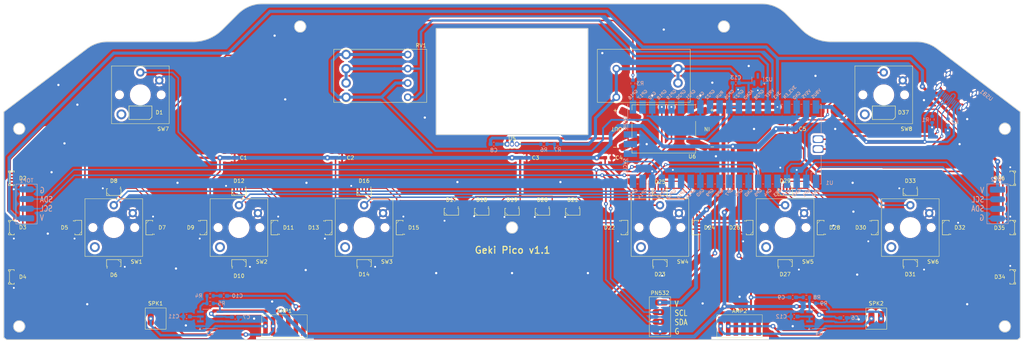
<source format=kicad_pcb>
(kicad_pcb (version 20240108) (generator "pcbnew") (generator_version "8.0")
  (title_block (title "Geki Pico Main"))
  (layers (0 "F.Cu" signal) (31 "B.Cu" signal) (34 "B.Paste" user) (35 "F.Paste" user) (36 "B.SilkS" user "B.Silkscreen") (37 "F.SilkS" user "F.Silkscreen") (38 "B.Mask" user) (39 "F.Mask" user) (44 "Edge.Cuts" user))
  (net 0 "")
  (net 1 "GND")
  (net 2 "+5V")
  (net 3 "+3V3")
  (net 4 "Net-(C10-Pad2)")
  (net 5 "Net-(U3-+IN)")
  (net 6 "Net-(D1-Out)")
  (net 7 "Net-(D1-In)")
  (net 8 "Net-(D2-Out)")
  (net 9 "Net-(D23-Out)")
  (net 10 "Net-(D24-Out)")
  (net 11 "Net-(D25-Out)")
  (net 12 "Net-(D6-Out)")
  (net 13 "Net-(D8-Out)")
  (net 14 "Net-(D10-In)")
  (net 15 "Net-(D10-Out)")
  (net 16 "Net-(D11-Out)")
  (net 17 "Net-(D12-Out)")
  (net 18 "Net-(D13-Out)")
  (net 19 "Net-(D14-Out)")
  (net 20 "Net-(D15-Out)")
  (net 21 "Net-(D16-Out)")
  (net 22 "Net-(USB1-CC1)")
  (net 23 "Net-(USB1-CC2)")
  (net 24 "Net-(U3--IN)")
  (net 25 "Net-(C9-Pad2)")
  (net 26 "Net-(U4-+IN)")
  (net 27 "Net-(U5-VOUT)")
  (net 28 "GNDREF")
  (net 29 "/K1")
  (net 30 "/K2")
  (net 31 "/K3")
  (net 32 "/K4")
  (net 33 "/K5")
  (net 34 "/K6")
  (net 35 "/K7")
  (net 36 "/K8")
  (net 37 "VREF")
  (net 38 "/SLIDE")
  (net 39 "Net-(U1-VBUS)")
  (net 42 "/SCL1")
  (net 46 "/SCL0")
  (net 51 "/SDA1")
  (net 53 "/SDA0")
  (net 56 "Net-(U1-USB1)")
  (net 57 "Net-(U1-USB2)")
  (net 58 "Net-(U4--IN)")
  (net 59 "Net-(D7-Out)")
  (net 60 "Net-(D3-Out)")
  (net 61 "Net-(D4-Out)")
  (net 62 "Net-(D5-Out)")
  (net 63 "Net-(D17-Out)")
  (net 64 "Net-(D18-Out)")
  (net 65 "Net-(D19-Out)")
  (net 66 "Net-(D20-Out)")
  (net 67 "Net-(D21-Out)")
  (net 68 "Net-(D22-Out)")
  (net 69 "Net-(D26-Out)")
  (net 70 "Net-(D27-Out)")
  (net 71 "Net-(D28-Out)")
  (net 72 "Net-(D29-Out)")
  (net 73 "Net-(D30-Out)")
  (net 74 "Net-(D31-Out)")
  (net 75 "Net-(D32-Out)")
  (net 76 "Net-(D33-Out)")
  (net 77 "Net-(D34-Out)")
  (net 78 "Net-(D35-Out)")
  (net 79 "Net-(D36-Out)")
  (net 82 "Net-(AMP1-Pin_5)")
  (net 83 "Net-(AMP1-Pin_6)")
  (net 84 "Net-(AMP2-Pin_6)")
  (net 85 "Net-(AMP2-Pin_5)")
  (net 90 "Net-(U1-GPIO16)")
  (net 91 "/AUDIO_R")
  (net 92 "/AUDIO_L")
  (net 93 "+VHALL")
  (footprint "geki_main:SW_Kailh_Choc_V1V2_1.00u_LED" (layer "F.Cu") (at 116.196 110.074)
    (property "Reference" "SW7")
    (property "Value" "SW_DIP_x01" (hide yes))
  )
  (footprint "geki_main:WS2812B-4020_UP" (layer "F.Cu") (at 198.196 139.274)
    (property "Reference" "D17")
    (property "Value" "WS2812B_Unified" (hide yes))
  )
  (footprint "geki_main:WS2812B-4020_UP" (layer "F.Cu") (at 319.196 156.074 180)
    (property "Reference" "D31")
    (property "Value" "WS2812B_Unified" (hide yes))
  )
  (footprint "geki_main:WS2812B-4020_UP" (layer "F.Cu") (at 153.196 145.074 -90)
    (property "Reference" "D11")
    (property "Value" "WS2812B_Unified" (hide yes))
  )
  (footprint "geki_main:Solder_2P" (layer "F.Cu") (at 310.196 169.074 -90)
    (property "Reference" "SPK2")
    (property "Value" "Conn_01x02" (hide yes))
  )
  (footprint "geki_main:WS2812B-4020" (layer "F.Cu") (at 82.196 145.074 90)
    (property "Reference" "D3")
    (property "Value" "WS2812B_Unified" (hide yes))
  )
  (footprint "geki_main:8002A_TAP" (layer "F.Cu") (at 274.196 171.074 -90)
    (property "Reference" "AMP2")
    (property "Value" "Conn_01x06" (hide yes))
  )
  (footprint "geki_main:WS2812B-4020_UP" (layer "F.Cu") (at 175.196 156.074 180)
    (property "Reference" "D14")
    (property "Value" "WS2812B_Unified" (hide yes))
  )
  (footprint "Capacitor_SMD:C_0603_1608Metric_Pad1.08x0.95mm_HandSolder" (layer "F.Cu") (at 287.596 119.074)
    (property "Reference" "C5")
    (property "Value" "1uF" (hide yes))
  )
  (footprint "geki_main:WS2812B-4020_UP" (layer "F.Cu") (at 275.196 145.074 90)
    (property "Reference" "D26")
    (property "Value" "WS2812B_Unified" (hide yes))
  )
  (footprint "geki_main:WS2812B-4020_UP" (layer "F.Cu") (at 330.196 145.074 -90)
    (property "Reference" "D32")
    (property "Value" "WS2812B_Unified" (hide yes))
  )
  (footprint "geki_main:RS45112A400G_RS45N1214001" (layer "F.Cu") (at 214.196 105.074)
    (property "Reference" "RV1")
    (property "Value" "R_Potentiometer_Dual" (hide yes))
  )
  (footprint "geki_main:WS2812B-4020_UP" (layer "F.Cu") (at 242.196 145.074 90)
    (property "Reference" "D22")
    (property "Value" "WS2812B_Unified" (hide yes))
  )
  (footprint "geki_main:WS2812B-2835" (layer "F.Cu") (at 312.196 114.774)
    (property "Reference" "D37")
    (property "Value" "WS2812B_Unified" (hide yes))
  )
  (footprint "geki_main:SW_Kailh_Choc_V1V2_1.00u_LED" (layer "F.Cu") (at 109.196 145.074)
    (property "Reference" "SW1")
    (property "Value" "SW_DIP_x01" (hide yes))
  )
  (footprint "geki_main:WS2812B-4020_UP" (layer "F.Cu") (at 253.196 134.074)
    (property "Reference" "D25")
    (property "Value" "WS2812B_Unified" (hide yes))
  )
  (footprint "Capacitor_SMD:C_0603_1608Metric_Pad1.08x0.95mm_HandSolder" (layer "F.Cu") (at 239.596 126.674)
    (property "Reference" "C4")
    (property "Value" "1uF" (hide yes))
  )
  (footprint "geki_main:SW_Kailh_Choc_V1V2_1.00u_LED" (layer "F.Cu") (at 142.196 145.074)
    (property "Reference" "SW2")
    (property "Value" "SW_DIP_x01" (hide yes))
  )
  (footprint "geki_main:WS2812B-4020_UP" (layer "F.Cu") (at 142.196 134.074)
    (property "Reference" "D12")
    (property "Value" "WS2812B_Unified" (hide yes))
  )
  (footprint "geki_main:WS2812B-4020" (layer "F.Cu") (at 82.196 158.074 90)
    (property "Reference" "D4")
    (property "Value" "WS2812B_Unified" (hide yes))
  )
  (footprint "geki_main:WS2812B-4020_UP" (layer "F.Cu") (at 175.196 134.074)
    (property "Reference" "D16")
    (property "Value" "WS2812B_Unified" (hide yes))
  )
  (footprint "geki_main:WS2812B-4020_UP" (layer "F.Cu") (at 308.196 145.074 90)
    (property "Reference" "D30")
    (property "Value" "WS2812B_Unified" (hide yes))
  )
  (footprint "geki_main:WS2812B-4020_UP" (layer "F.Cu") (at 120.196 145.074 -90)
    (property "Reference" "D7")
    (property "Value" "WS2812B_Unified" (hide yes))
  )
  (footprint "geki_main:WS2812B-4020" (layer "F.Cu") (at 346.196 145.074 -90)
    (property "Reference" "D35")
    (property "Value" "WS2812B_Unified" (hide yes))
  )
  (footprint "geki_main:WS2812B-4020_UP" (layer "F.Cu") (at 319.196 134.074)
    (property "Reference" "D33")
    (property "Value" "WS2812B_Unified" (hide yes))
  )
  (footprint "geki_main:WS2812B-4020_UP" (layer "F.Cu") (at 206.196 139.274)
    (property "Reference" "D18")
    (property "Value" "WS2812B_Unified" (hide yes))
  )
  (footprint "geki_main:WS2812B-4020_UP" (layer "F.Cu") (at 297.196 145.074 -90)
    (property "Reference" "D28")
    (property "Value" "WS2812B_Unified" (hide yes))
  )
  (footprint "geki_main:SS49E_Bend" (layer "F.Cu") (at 212.926 123.074)
    (property "Reference" "U5")
    (property "Value" "SS49E" (hide yes))
  )
  (footprint "geki_main:Solder_4P" (layer "F.Cu") (at 253.196 164.824)
    (property "Reference" "PN532")
    (property "Value" "Conn_01x04" (hide yes))
  )
  (footprint "Capacitor_SMD:C_0603_1608Metric_Pad1.08x0.95mm_HandSolder" (layer "F.Cu") (at 140.196 126.674)
    (property "Reference" "C1")
    (property "Value" "1uF" (hide yes))
  )
  (footprint "geki_main:WS2812B-4020_UP" (layer "F.Cu") (at 253.196 156.074 180)
    (property "Reference" "D23")
    (property "Value" "WS2812B_Unified" (hide yes))
  )
  (footprint "geki_main:WS2812B-4020" (layer "F.Cu") (at 346.196 132.074 -90)
    (property "Reference" "D36")
    (property "Value" "WS2812B_Unified" (hide yes))
  )
  (footprint "geki_main:WS2812B-4020_UP" (layer "F.Cu") (at 264.196 145.074 -90)
    (property "Reference" "D24")
    (property "Value" "WS2812B_Unified" (hide yes))
  )
  (footprint "geki_main:SW_Kailh_Choc_V1V2_1.00u_LED" (layer "F.Cu") (at 175.196 145.074)
    (property "Reference" "SW3")
    (property "Value" "SW_DIP_x01" (hide yes))
  )
  (footprint "geki_main:WS2812B-2835" (layer "F.Cu") (at 116.196 114.774)
    (property "Reference" "D1")
    (property "Value" "WS2812B_Unified" (hide yes))
  )
  (footprint "geki_main:DCDC_3to5" (layer "F.Cu") (at 254.196 119.074 180)
    (property "Reference" "U6")
    (property "Value" "DC/DC")
  )
  (footprint "geki_main:WS2812B-4020" (layer "F.Cu") (at 346.196 158.074 -90)
    (property "Reference" "D34")
    (property "Value" "WS2812B_Unified" (hide yes))
  )
  (footprint "geki_main:8002A_TAP" (layer "F.Cu") (at 154.196 171.074 -90)
    (property "Reference" "AMP1")
    (property "Value" "Conn_01x06" (hide yes))
  )
  (footprint "geki_main:WS2812B-4020_UP" (layer "F.Cu") (at 222.196 139.274)
    (property "Reference" "D20")
    (property "Value" "WS2812B_Unified" (hide yes))
  )
  (footprint "geki_main:SW_Kailh_Choc_V1V2_1.00u_LED" (layer "F.Cu") (at 253.196 145.074)
    (property "Reference" "SW4")
    (property "Value" "SW_DIP_x01" (hide yes))
  )
  (footprint "geki_main:WS2812B-4020_UP" (layer "F.Cu") (at 186.196 145.074 -90)
    (property "Reference" "D15")
    (property "Value" "WS2812B_Unified" (hide yes))
  )
  (footprint "geki_main:SW_Kailh_Choc_V1V2_1.00u_LED" (layer "F.Cu") (at 312.196 110.074)
    (property "Reference" "SW8")
    (property "Value" "SW_DIP_x01" (hide yes))
  )
  (footprint "geki_main:WS2812B-4020_UP" (layer "F.Cu") (at 109.196 156.074 180)
    (property "Reference" "D6")
    (property "Value" "WS2812B_Unified" (hide yes))
  )
  (footprint "geki_main:WS2812B-4020_UP" (layer "F.Cu") (at 131.196 145.074 90)
    (property "Reference" "D9")
    (property "Value" "WS2812B_Unified" (hide yes))
  )
  (footprint "geki_main:Solder_2P" (layer "F.Cu") (at 120.196 169.074 -90)
    (property "Reference" "SPK1")
    (property "Value" "Conn_01x02" (hide yes))
  )
  (footprint "geki_main:WS2812B-4020_UP" (layer "F.Cu") (at 286.196 134.074)
    (property "Reference" "D29")
    (property "Value" "WS2812B_Unified" (hide yes))
  )
  (footprint "geki_main:WS2812B-4020_UP" (layer "F.Cu") (at 230.196 139.274)
    (property "Reference" "D21")
    (property "Value" "WS2812B_Unified" (hide yes))
  )
  (footprint "geki_main:WS2812B-4020_UP" (layer "F.Cu") (at 286.196 156.074 180)
    (property "Reference" "D27")
    (property "Value" "WS2812B_Unified" (hide yes))
  )
  (footprint "geki_main:SW_Kailh_Choc_V1V2_1.00u_LED" (layer "F.Cu") (at 286.196 145.074)
    (property "Reference" "SW5")
    (property "Value" "SW_DIP_x01" (hide yes))
  )
  (footprint "geki_main:WS2812B-4020_UP" (layer "F.Cu") (at 98.196 145.074 90)
    (property "Reference" "D5")
    (property "Value" "WS2812B_Unified" (hide yes))
  )
  (footprint "geki_main:SW_Kailh_Choc_V1V2_1.00u_LED" (layer "F.Cu") (at 319.196 145.074)
    (property "Reference" "SW6")
    (property "Value" "SW_DIP_x01" (hide yes))
  )
  (footprint "geki_main:WS2812B-4020_UP" (layer "F.Cu") (at 142.196 156.074 180)
    (property "Reference" "D10")
    (property "Value" "WS2812B_Unified" (hide yes))
  )
  (footprint "geki_main:WS2812B-4020_UP" (layer "F.Cu") (at 109.196 134.074)
    (property "Reference" "D8")
    (property "Value" "WS2812B_Unified" (hide yes))
  )
  (footprint "geki_main:WS2812B-4020_UP" (layer "F.Cu") (at 164.196 145.074 90)
    (property "Reference" "D13")
    (property "Value" "WS2812B_Unified" (hide yes))
  )
  (footprint "Capacitor_SMD:C_0603_1608Metric_Pad1.08x0.95mm_HandSolder" (layer "F.Cu") (at 217.196 126.674)
    (property "Reference" "C3")
    (property "Value" "1uF" (hide yes))
  )
  (footprint "Capacitor_SMD:C_0603_1608Metric_Pad1.08x0.95mm_HandSolder" (layer "F.Cu") (at 168.52725 126.674)
    (property "Reference" "C2")
    (property "Value" "1uF" (hide yes))
  )
  (footprint "geki_main:WS2812B-4020_UP" (layer "F.Cu") (at 214.196 139.274)
    (property "Reference" "D19")
    (property "Value" "WS2812B_Unified" (hide yes))
  )
  (footprint "geki_main:WS2812B-4020" (layer "F.Cu") (at 82.196 132.074 90)
    (property "Reference" "D2")
    (property "Value" "WS2812B_Unified" (hide yes))
  )
  (footprint "Type-C:HRO-TYPE-C-31-M-12-Assembly" (layer "B.Cu") (at 334.196 105.074 -37.3)
    (property "Reference" "USB1")
    (property "Value" "U262-161N-4BVC11" (hide yes))
  )
  (footprint "Resistor_SMD:R_0603_1608Metric" (layer "B.Cu") (at 226.196 123.074)
    (property "Reference" "R7")
    (property "Value" "20K" (hide yes))
  )
  (footprint "Capacitor_SMD:C_0603_1608Metric_Pad1.08x0.95mm_HandSolder" (layer "B.Cu") (at 288.596 168.534)
    (property "Reference" "C12")
    (property "Value" "1uF" (hide yes))
  )
  (footprint "geki_main:Solder_4P" (layer "B.Cu") (at 86.196 142.624)
    (property "Reference" "TOF1")
    (property "Value" "Conn_01x04" (hide yes))
  )
  (footprint "Capacitor_SMD:C_0603_1608Metric_Pad1.08x0.95mm_HandSolder" (layer "B.Cu") (at 273.196 106.949 180)
    (property "Reference" "C13")
    (property "Value" "1nF" (hide yes))
  )
  (footprint "Resistor_SMD:R_0603_1608Metric" (layer "B.Cu") (at 291.796 163.474)
    (property "Reference" "R8")
    (property "Value" "10K" (hide yes))
  )
  (footprint "Package_TO_SOT_SMD:SOT-23" (layer "B.Cu") (at 278.996 106.0115 90)
    (property "Reference" "U2")
    (property "Value" "LM4040DBZ-3" (hide yes))
  )
  (footprint "Capacitor_SMD:C_0603_1608Metric_Pad1.08x0.95mm_HandSolder" (layer "B.Cu") (at 301.596 168.874)
    (property "Reference" "C6")
    (property "Value" "1uF" (hide yes))
  )
  (footprint "Resistor_SMD:R_0603_1608Metric" (layer "B.Cu") (at 324.946 116.574 -90)
    (property "Reference" "R1")
    (property "Value" "5K1" (hide yes))
  )
  (footprint "Resistor_SMD:R_0603_1608Metric" (layer "B.Cu") (at 222.596 123.074)
    (property "Reference" "R6")
    (property "Value" "10K" (hide yes))
  )
  (footprint "Resistor_SMD:R_0603_1608Metric" (layer "B.Cu") (at 246.066 107.074 -90)
    (property "Reference" "R3")
    (property "Value" "10" (hide yes))
  )
  (footprint "Capacitor_SMD:C_0603_1608Metric_Pad1.08x0.95mm_HandSolder" (layer "B.Cu") (at 288.196 163.474)
    (property "Reference" "C9")
    (property "Value" "0.1uF" (hide yes))
  )
  (footprint "Resistor_SMD:R_0603_1608Metric" (layer "B.Cu") (at 293.446 165.074)
    (property "Reference" "R9")
    (property "Value" "20K" (hide yes))
  )
  (footprint "Capacitor_SMD:C_0603_1608Metric_Pad1.08x0.95mm_HandSolder" (layer "B.Cu") (at 141.196 168.674)
    (property "Reference" "C7")
    (property "Value" "1uF" (hide yes))
  )
  (footprint "Capacitor_SMD:C_0603_1608Metric_Pad1.08x0.95mm_HandSolder" (layer "B.Cu") (at 138.196 163.074 180)
    (property "Reference" "C10")
    (property "Value" "0.1uF" (hide yes))
  )
  (footprint "Resistor_SMD:R_0603_1608Metric" (layer "B.Cu") (at 329.096 117.274 -90)
    (property "Reference" "R2")
    (property "Value" "5K1" (hide yes))
  )
  (footprint "Package_SO:SO-8_3.9x4.9mm_P1.27mm" (layer "B.Cu") (at 134.596 169.169)
    (property "Reference" "U3")
    (property "Value" "8002A" (hide yes))
  )
  (footprint "Resistor_SMD:R_0603_1608Metric" (layer "B.Cu") (at 134.596 163.074 180)
    (property "Reference" "R4")
    (property "Value" "10K" (hide yes))
  )
  (footprint "Package_SO:SO-8_3.9x4.9mm_P1.27mm" (layer "B.Cu") (at 295.196 169.169)
    (property "Reference" "U4")
    (property "Value" "8002A" (hide yes))
  )
  (footprint "geki_main:RPi_Pico_SMD_Pins" (layer "B.Cu") (at 270.196 123.074 90)
    (property "Reference" "U1")
    (property "Value" "PiPico" (hide yes))
  )
  (footprint "Capacitor_SMD:C_0603_1608Metric_Pad1.08x0.95mm_HandSolder" (layer "B.Cu") (at 209.396 123.074 180)
    (property "Reference" "C8")
    (property "Value" "1uF" (hide yes))
  )
  (footprint "geki_main:Solder_4P" (layer "B.Cu") (at 342.196 135.074 180)
    (property "Reference" "TOF2")
    (property "Value" "Conn_01x04" (hide yes))
  )
  (footprint "Resistor_SMD:R_0603_1608Metric" (layer "B.Cu") (at 134.596 165.074)
    (property "Reference" "R5")
    (property "Value" "20K" (hide yes))
  )
  (footprint "Capacitor_SMD:C_0603_1608Metric_Pad1.08x0.95mm_HandSolder" (layer "B.Cu") (at 128.396 168.534)
    (property "Reference" "C11")
    (property "Value" "1uF" (hide yes))
  )
  (gr_circle (center 84.253127 119.022762) (end 85.753127 119.022762) (stroke (width 0.2)) (fill none) (layer "Edge.Cuts"))
  (gr_line (start 234.196 120.574) (end 234.196 92.574) (stroke (width 0.2)) (layer "Edge.Cuts"))
  (gr_arc (start 320.8271 96.074) (mid 323.688745 96.541032) (end 326.253414 97.89366) (stroke (width 0.2)) (layer "Edge.Cuts"))
  (gr_line (start 234.196 120.574) (end 194.196 120.574) (stroke (width 0.2)) (layer "Edge.Cuts"))
  (gr_line (start 320.8271 96.074) (end 298.3381 96.074) (stroke (width 0.2)) (layer "Edge.Cuts"))
  (gr_line (start 141.974176 88.710038) (end 137.832039 92.852175) (stroke (width 0.2)) (layer "Edge.Cuts"))
  (gr_line (start 234.196 92.574) (end 194.196 92.574) (stroke (width 0.2)) (layer "Edge.Cuts"))
  (gr_line (start 80.196 114.570025) (end 80.196 174.070744) (stroke (width 0.2)) (layer "Edge.Cuts"))
  (gr_circle (center 344.138873 171.125238) (end 345.638873 171.125238) (stroke (width 0.2)) (fill none) (layer "Edge.Cuts"))
  (gr_line (start 280.0539 86.074) (end 214.196 86.074) (stroke (width 0.2)) (layer "Edge.Cuts"))
  (gr_line (start 290.559961 92.852175) (end 286.417825 88.710039) (stroke (width 0.2)) (layer "Edge.Cuts"))
  (gr_circle (center 270.053864 92.074) (end 271.553864 92.074) (stroke (width 0.2)) (fill none) (layer "Edge.Cuts"))
  (gr_arc (start 280.0539 86.074) (mid 283.498028 86.759091) (end 286.417825 88.710039) (stroke (width 0.2)) (layer "Edge.Cuts"))
  (gr_circle (center 84.253127 171.125238) (end 85.753127 171.125238) (stroke (width 0.2)) (fill none) (layer "Edge.Cuts"))
  (gr_line (start 102.119008 97.908539) (end 80.196 114.570025) (stroke (width 0.2)) (layer "Edge.Cuts"))
  (gr_line (start 214.196 86.074) (end 148.338135 86.074) (stroke (width 0.2)) (layer "Edge.Cuts"))
  (gr_line (start 194.196 120.574) (end 194.196 92.574) (stroke (width 0.2)) (layer "Edge.Cuts"))
  (gr_line (start 348.196 174.070744) (end 348.196 114.570025) (stroke (width 0.2)) (layer "Edge.Cuts"))
  (gr_line (start 348.196 114.570025) (end 326.253414 97.89366) (stroke (width 0.2)) (layer "Edge.Cuts"))
  (gr_circle (center 158.338136 92.074) (end 159.838136 92.074) (stroke (width 0.2)) (fill none) (layer "Edge.Cuts"))
  (gr_arc (start 137.832039 92.852175) (mid 134.263381 95.236675) (end 130.053863 96.074) (stroke (width 0.2)) (layer "Edge.Cuts"))
  (gr_arc (start 298.3381 96.074) (mid 294.128605 95.236668) (end 290.559961 92.852175) (stroke (width 0.2)) (layer "Edge.Cuts"))
  (gr_line (start 80.196 174.070744) (end 80.925598 174.625238) (stroke (width 0.2)) (layer "Edge.Cuts"))
  (gr_line (start 347.466402 174.625238) (end 348.196 174.070744) (stroke (width 0.2)) (layer "Edge.Cuts"))
  (gr_arc (start 102.119008 97.908539) (mid 104.691529 96.544957) (end 107.564754 96.074) (stroke (width 0.2)) (layer "Edge.Cuts"))
  (gr_arc (start 141.974176 88.710038) (mid 144.893985 86.759084) (end 148.338135 86.074) (stroke (width 0.2)) (layer "Edge.Cuts"))
  (gr_line (start 80.925598 174.625238) (end 347.466402 174.625238) (stroke (width 0.2)) (layer "Edge.Cuts"))
  (gr_circle (center 214.196 145.074) (end 215.696 145.074) (stroke (width 0.2)) (fill none) (layer "Edge.Cuts"))
  (gr_circle (center 344.138873 119.022762) (end 345.638873 119.022762) (stroke (width 0.2)) (fill none) (layer "Edge.Cuts"))
  (gr_line (start 130.053863 96.074) (end 107.564754 96.074) (stroke (width 0.2)) (layer "Edge.Cuts"))
  (gr_text "V\nSCL\nSDA\nG" (at 338.796 138.874 0) (layer "B.SilkS") (effects (font (size 1.5 1.2) (thickness 0.2) (bold yes)) (justify left mirror)))
  (gr_text "G\nSDA\nSCL\nV" (at 89.596 138.874 0) (layer "B.SilkS") (effects (font (size 1.5 1.2) (thickness 0.2) (bold yes)) (justify right mirror)))
  (gr_text "V\nSCL\nSDA\nG" (at 256.946 168.824 0) (layer "F.SilkS") (effects (font (size 1.5 1.2) (thickness 0.2) (bold yes)) (justify left)))
  (gr_text "Geki Pico v1.1" (at 204.196 152.074 0) (layer "F.SilkS") (effects (font (size 1.8 1.8) (thickness 0.3) (bold yes)) (justify left bottom)))
  (segment (start 131.846 147.974) (end 131.846 146.349) (width 0.4) (layer "F.Cu") (net 1))
  (segment (start 155.196 166.074) (end 155.196 171.074) (width 1) (layer "F.Cu") (net 1))
  (segment (start 228.921 141.549) (end 228.921 139.924) (width 0.4) (layer "F.Cu") (net 1))
  (segment (start 256.596 129.874) (end 255.396 129.874) (width 0.4) (layer "F.Cu") (net 1))
  (segment (start 139.446 134.724) (end 140.921 134.724) (width 0.4) (layer "F.Cu") (net 1))
  (segment (start 82.846 160.974) (end 82.846 159.349) (width 0.4) (layer "F.Cu") (net 1))
  (segment (start 82.846 147.974) (end 82.846 146.349) (width 0.4) (layer "F.Cu") (net 1))
  (segment (start 164.846 147.974) (end 164.846 146.349) (width 0.4) (layer "F.Cu") (net 1))
  (segment (start 298.896 144.524) (end 298.171 143.799) (width 0.4) (layer "F.Cu") (net 1))
  (segment (start 275.196 164.324) (end 275.196 171.074) (width 1) (layer "F.Cu") (net 1))
  (segment (start 274.196 163.324) (end 275.196 164.324) (width 1) (layer "F.Cu") (net 1))
  (segment (start 298.171 143.799) (end 296.546 143.799) (width 0.4) (layer "F.Cu") (net 1))
  (segment (start 220.921 141.549) (end 220.921 139.924) (width 0.4) (layer "F.Cu") (net 1))
  (segment (start 152.546 142.174) (end 152.546 143.799) (width 0.4) (layer "F.Cu") (net 1))
  (segment (start 289.096 155.424) (end 287.471 155.424) (width 0.4) (layer "F.Cu") (net 1))
  (segment (start 289.821 156.149) (end 289.096 155.424) (width 0.4) (layer "F.Cu") (net 1))
  (segment (start 265.896 144.874) (end 264.821 143.799) (width 0.4) (layer "F.Cu") (net 1))
  (segment (start 228.196 142.274) (end 228.921 141.549) (width 0.4) (layer "F.Cu") (net 1))
  (segment (start 322.821 156.149) (end 322.096 155.424) (width 0.4) (layer "F.Cu") (net 1))
  (segment (start 316.296 134.724) (end 317.921 134.724) (width 0.4) (layer "F.Cu") (net 1))
  (segment (start 254.471 157.049) (end 254.471 155.424) (width 0.4) (layer "F.Cu") (net 1))
  (segment (start 322.096 155.424) (end 320.471 155.424) (width 0.4) (layer "F.Cu") (net 1))
  (segment (start 112.096 155.424) (end 110.471 155.424) (width 0.4) (layer "F.Cu") (net 1))
  (segment (start 331.796 143.799) (end 329.546 143.799) (width 0.4) (layer "F.Cu") (net 1))
  (segment (start 242.121 148.699) (end 242.846 147.974) (width 0.4) (layer "F.Cu") (net 1))
  (segment (start 308.121 148.699) (end 308.846 147.974) (width 0.4) (layer "F.Cu") (net 1))
  (segment (start 275.846 147.974) (end 275.846 146.349) (width 0.4) (layer "F.Cu") (net 1))
  (segment (start 251.921 133.349) (end 251.921 134.724) (width 0.4) (layer "F.Cu") (net 1))
  (segment (start 196.396 143.274) (end 196.921 142.749) (width 0.4) (layer "F.Cu") (net 1))
  (segment (start 178.096 155.424) (end 176.471 155.424) (width 0.4) (layer "F.Cu") (net 1))
  (segment (start 98.846 147.974) (end 98.846 146.349) (width 0.4) (layer "F.Cu") (net 1))
  (segment (start 204.921 141.349) (end 204.921 139.924) (width 0.4) (layer "F.Cu") (net 1))
  (segment (start 242.846 147.974) (end 242.846 146.349) (width 0.4) (layer "F.Cu") (net 1))
  (segment (start 150.946 164.574) (end 153.696 164.574) (width 1) (layer "F.Cu") (net 1))
  (segment (start 212.196 142.274) (end 212.921 141.549) (width 0.4) (layer "F.Cu") (net 1))
  (segment (start 255.396 129.874) (end 251.921 133.349) (width 0.4) (layer "F.Cu") (net 1))
  (segment (start 345.546 155.174) (end 345.546 156.799) (width 0.4) (layer "F.Cu") (net 1))
  (segment (start 220.196 142.274) (end 220.921 141.549) (width 0.4) (layer "F.Cu") (net 1))
  (segment (start 185.546 142.174) (end 185.546 143.799) (width 0.4) (layer "F.Cu") (net 1))
  (segment (start 171.796 134.074) (end 172.446 134.724) (width 0.4) (layer "F.Cu") (net 1))
  (segment (start 264.821 143.799) (end 263.546 143.799) (width 0.4) (layer "F.Cu") (net 1))
  (segment (start 284.921 129.274) (end 284.921 134.724) (width 0.4) (layer "F.Cu") (net 1))
  (segment (start 212.921 141.549) (end 212.921 139.924) (width 0.4) (layer "F.Cu") (net 1))
  (segment (start 308.846 147.974) (end 308.846 146.349) (width 0.4) (layer "F.Cu") (net 1))
  (segment (start 138.796 134.074) (end 139.446 134.724) (width 0.4) (layer "F.Cu") (net 1))
  (segment (start 275.121 148.699) (end 275.846 147.974) (width 0.4) (layer "F.Cu") (net 1))
  (segment (start 196.921 142.749) (end 196.921 139.924) (width 0.4) (layer "F.Cu") (net 1))
  (segment (start 204.196 142.074) (end 204.921 141.349) (width 0.4) (layer "F.Cu") (net 1))
  (segment (start 253.746 157.774) (end 254.471 157.049) (width 0.4) (layer "F.Cu") (net 1))
  (segment (start 145.096 155.424) (end 143.471 155.424) (width 0.4) (layer "F.Cu") (net 1))
  (segment (start 106.296 134.724) (end 107.921 134.724) (width 0.4) (layer "F.Cu") (net 1))
  (segment (start 172.446 134.724) (end 173.921 134.724) (width 0.4) (layer "F.Cu") (net 1))
  (segment (start 345.546 129.174) (end 345.546 130.799) (width 0.4) (layer "F.Cu") (net 1))
  (segment (start 119.546 142.174) (end 119.546 143.799) (width 0.4) (layer "F.Cu") (net 1))
  (segment (start 153.696 164.574) (end 155.196 166.074) (width 1) (layer "F.Cu") (net 1))
  (segment (start 345.546 142.174) (end 345.546 143.799) (width 0.4) (layer "F.Cu") (net 1))
  (segment (start 82.846 134.974) (end 82.846 133.349) (width 0.4) (layer "F.Cu") (net 1))
  (via (at 303.996 133.274) (size 1.2) (drill 0.6) (layers "F.Cu" "B.Cu") (net 1))
  (via (at 249.696 123.074) (size 1.2) (drill 0.6) (layers "F.Cu" "B.Cu") (net 1))
  (via (at 92.796 130.474) (size 1.2) (drill 0.6) (layers "F.Cu" "B.Cu") (net 1))
  (via (at 164.846 147.974) (size 1) (drill 0.5) (layers "F.Cu" "B.Cu") (net 1))
  (via (at 331.796 143.799) (size 1) (drill 0.5) (layers "F.Cu" "B.Cu") (net 1))
  (via (at 345.546 155.174) (size 1) (drill 0.5) (layers "F.Cu" "B.Cu") (net 1))
  (via (at 154.396 111.274) (size 1.2) (drill 0.6) (layers "F.Cu" "B.Cu") (net 1))
  (via (at 334.196 165.274) (size 1.2) (drill 0.6) (layers "F.Cu" "B.Cu") (net 1))
  (via (at 220.196 142.274) (size 1) (drill 0.5) (layers "F.Cu" "B.Cu") (net 1))
  (via (at 171.796 134.074) (size 1) (drill 0.5) (layers "F.Cu" "B.Cu") (net 1))
  (via (at 334.196 116.474) (size 1.2) (drill 0.6) (layers "F.Cu" "B.Cu") (net 1))
  (via (at 266.996 106.874) (size 1.2) (drill 0.6) (layers "F.Cu" "B.Cu") (net 1))
  (via (at 304.196 140.874) (size 1.2) (drill 0.6) (layers "F.Cu" "B.Cu") (net 1))
  (via (at 254.196 92.874) (size 1.2) (drill 0.6) (layers "F.Cu" "B.Cu") (net 1))
  (via (at 316.296 134.724) (size 1) (drill 0.5) (layers "F.Cu" "B.Cu") (net 1))
  (via (at 345.546 129.174) (size 1) (drill 0.5) (layers "F.Cu" "B.Cu") (net 1))
  (via (at 265.896 144.874) (size 1) (drill 0.5) (layers "F.Cu" "B.Cu") (net 1))
  (via (at 185.546 142.174) (size 1) (drill 0.5) (layers "F.Cu" "B.Cu") (net 1))
  (via (at 112.096 155.424) (size 1) (drill 0.5) (layers "F.Cu" "B.Cu") (net 1))
  (via (at 308.121 148.699) (size 1) (drill 0.5) (layers "F.Cu" "B.Cu") (net 1))
  (via (at 253.746 157.774) (size 1) (drill 0.5) (layers "F.Cu" "B.Cu") (net 1))
  (via (at 305.596 169.274) (size 1.2) (drill 0.6) (layers "F.Cu" "B.Cu") (net 1))
  (via (at 82.846 134.974) (size 1) (drill 0.5) (layers "F.Cu" "B.Cu") (net 1))
  (via (at 228.196 142.274) (size 1) (drill 0.5) (layers "F.Cu" "B.Cu") (net 1))
  (via (at 82.846 147.974) (size 1) (drill 0.5) (layers "F.Cu" "B.Cu") (net 1))
  (via (at 294.196 105.074) (size 1.2) (drill 0.6) (layers "F.Cu" "B.Cu") (net 1))
  (via (at 267.946 126.274) (size 1.2) (drill 0.6) (layers "F.Cu" "B.Cu") (net 1))
  (via (at 131.846 147.974) (size 1) (drill 0.5) (layers "F.Cu" "B.Cu") (net 1))
  (via (at 214.196 157.074) (size 1.2) (drill 0.6) (layers "F.Cu" "B.Cu") (net 1))
  (via (at 99.596 112.674) (size 1.2) (drill 0.6) (layers "F.Cu" "B.Cu") (net 1))
  (via (at 128.196 170.874) (size 1.2) (drill 0.6) (layers "F.Cu" "B.Cu") (net 1))
  (via (at 226.946 133.074) (size 1.2) (drill 0.6) (layers "F.Cu" "B.Cu") (net 1))
  (via (at 146.196 169.074) (size 1.2) (drill 0.6) (layers "F.Cu" "B.Cu") (net 1))
  (via (at 289.246 129.874) (size 1) (drill 0.5) (layers "F.Cu" "B.Cu") (net 1))
  (via (at 191.196 116.074) (size 1.2) (drill 0.6) (layers "F.Cu" "B.Cu") (net 1))
  (via (at 284.921 129.274) (size 1) (drill 0.5) (layers "F.Cu" "B.Cu") (net 1))
  (via (at 196.396 143.274) (size 1) (drill 0.5) (layers "F.Cu" "B.Cu") (net 1))
  (via (at 253.196 172.444) (size 1.2) (drill 0.6) (layers "F.Cu" "B.Cu") (net 1))
  (via (at 242.121 148.699) (size 1) (drill 0.5) (layers "F.Cu" "B.Cu") (net 1))
  (via (at 289.821 156.149) (size 1) (drill 0.5) (layers "F.Cu" "B.Cu") (net 1))
  (via (at 322.796 111.474) (size 1.2) (drill 0.6) (layers "F.Cu" "B.Cu") (net 1))
  (via (at 212.196 142.274) (size 1) (drill 0.5) (layers "F.Cu" "B.Cu") (net 1))
  (via (at 273.796 108.674) (size 0.8) (drill 0.4) (layers "F.Cu" "B.Cu") (net 1))
  (via (at 159.796 156.274) (size 1.2) (drill 0.6) (layers "F.Cu" "B.Cu") (net 1))
  (via (at 145.096 155.424) (size 1) (drill 0.5) (layers "F.Cu" "B.Cu") (net 1))
  (via (at 119.546 142.174) (size 1) (drill 0.5) (layers "F.Cu" "B.Cu") (net 1))
  (via (at 125.596 155.874) (size 1.2) (drill 0.6) (layers "F.Cu" "B.Cu") (net 1))
  (via (at 204.196 142.074) (size 1) (drill 0.5) (layers "F.Cu" "B.Cu") (net 1))
  (via (at 263.846 110.274) (size 1) (drill 0.5) (layers "F.Cu" "B.Cu") (net 1))
  (via (at 102.196 165.274) (size 1.2) (drill 0.6) (layers "F.Cu" "B.Cu") (net 1))
  (via (at 305.196 157.474) (size 1.2) (drill 0.6) (layers "F.Cu" "B.Cu") (net 1))
  (via (at 251.146 130.224) (size 1) (drill 0.5) (layers "F.Cu" "B.Cu") (net 1))
  (via (at 91.796 146.674) (size 1.2) (drill 0.6) (layers "F.Cu" "B.Cu") (net 1))
  (via (at 275.121 148.699) (size 1) (drill 0.5) (layers "F.Cu" "B.Cu") (net 1))
  (via (at 199.796 133.074) (size 1.2) (drill 0.6) (layers "F.Cu" "B.Cu") (net 1))
  (via (at 276.596 102.474) (size 1.2) (drill 0.6) (layers "F.Cu" "B.Cu") (net 1))
  (via (at 94.596 107.474) (size 1.2) (drill 0.6) (layers "F.Cu" "B.Cu") (net 1))
  (via (at 152.546 142.174) (size 1) (drill 0.5) (layers "F.Cu" "B.Cu") (net 1))
  (via (at 125.996 133.274) (size 1.2) (drill 0.6) (layers "F.Cu" "B.Cu") (net 1))
  (via (at 264.446 165.074) (size 1.2) (drill 0.6) (layers "F.Cu" "B.Cu") (net 1))
  (via (at 256.596 129.874) (size 1) (drill 0.5) (layers "F.Cu" "B.Cu") (net 1))
  (via (at 277.996 119.074) (size 1.2) (drill 0.6) (layers "F.Cu" "B.Cu") (net 1))
  (via (at 237.996 99.074) (size 1.2) (drill 0.6) (layers "F.Cu" "B.Cu") (net 1))
  (via (at 299.396 119.074) (size 1.2) (drill 0.6) (layers "F.Cu" "B.Cu") (net 1))
  (via (at 345.546 142.174) (size 1) (drill 0.5) (layers "F.Cu" "B.Cu") (net 1))
  (via (at 178.096 155.424) (size 1) (drill 0.5) (layers "F.Cu" "B.Cu") (net 1))
  (via (at 298.896 144.524) (size 1) (drill 0.5) (layers "F.Cu" "B.Cu") (net 1))
  (via (at 278.996 108.874) (size 0.8) (drill 0.4) (layers "F.Cu" "B.Cu") (net 1))
  (via (at 96.196 122.874) (size 1.2) (drill 0.6) (layers "F.Cu" "B.Cu") (net 1))
  (via (at 251.146 110.274) (size 1) (drill 0.5) (layers "F.Cu" "B.Cu") (net 1))
  (via (at 234.196 157.074) (size 1.2) (drill 0.6) (layers "F.Cu" "B.Cu") (net 1))
  (via (at 332.196 123.074) (size 1.2) (drill 0.6) (layers "F.Cu" "B.Cu") (net 1))
  (via (at 194.196 157.074) (size 1.2) (drill 0.6) (layers "F.Cu" "B.Cu") (net 1))
  (via (at 324.946 118.674) (size 1) (drill 0.5) (layers "F.Cu" "B.Cu") (net 1))
  (via (at 98.846 147.974) (size 1) (drill 0.5) (layers "F.Cu" "B.Cu") (net 1))
  (via (at 82.846 160.974) (size 1) (drill 0.5) (layers "F.Cu" "B.Cu") (net 1))
  (via (at 138.796 134.074) (size 1) (drill 0.5) (layers "F.Cu" "B.Cu") (net 1))
  (via (at 106.296 134.724) (size 1) (drill 0.5) (layers "F.Cu" "B.Cu") (net 1))
  (via (at 288.196 171.074) (size 1.2) (drill 0.6) (layers "F.Cu" "B.Cu") (net 1))
  (via (at 151.596 94.474) (size 1.2) (drill 0.6) (layers "F.Cu" "B.Cu") (net 1))
  (via (at 150.946 164.574) (size 1.2) (drill 0.6) (layers "F.Cu" "B.Cu") (net 1))
  (via (at 322.821 156.149) (size 1) (drill 0.5) (layers "F.Cu" "B.Cu") (net 1))
  (via (at 274.196 163.324) (size 1.2) (drill 0.6) (layers "F.Cu" "B.Cu") (net 1))
  (via (at 329.096 119.474) (size 1) (drill 0.5) (layers "F.Cu" "B.Cu") (net 1))
  (via (at 159.996 133.274) (size 1.2) (drill 0.6) (layers "F.Cu" "B.Cu") (net 1))
  (segment (start 146.196 169.074) (end 144.996 169.074) (width 0.8) (layer "B.Cu") (net 1))
  (segment (start 292.621 171.074) (end 293.996 171.074) (width 0.4) (layer "B.Cu") (net 1))
  (segment (start 134.866 169.804) (end 137.171 169.804) (width 0.4) (layer "B.Cu") (net 1))
  (segment (start 331.537971 113.887012) (end 332.098321 113.149481) (width 0.55) (layer "B.Cu") (net 1))
  (segment (start 302.4585 169.6115) (end 302.4585 168.874) (width 0.4) (layer "B.Cu") (net 1))
  (segment (start 144.596 168.674) (end 142.0585 168.674) (width 0.8) (layer "B.Cu") (net 1))
  (segment (start 322.796 111.474) (end 323.984684 110.285316) (width 0.55) (layer "B.Cu") (net 1))
  (segment (start 329.096 119.474) (end 329.096 118.099) (width 0.4) (layer "B.Cu") (net 1))
  (segment (start 334.196 116.474) (end 332.996 116.474) (width 0.55) (layer "B.Cu") (net 1))
  (segment (start 297.771 169.804) (end 299.126 169.804) (width 0.4) (layer "B.Cu") (net 1))
  (segment (start 137.171 169.804) (end 141.666 169.804) (width 0.5) (layer "B.Cu") (net 1))
  (segment (start 141.666 169.804) (end 142.0585 169.4115) (width 0.5) (layer "B.Cu") (net 1))
  (segment (start 304.196 168.874) (end 302.4585 168.874) (width 0.8) (layer "B.Cu") (net 1))
  (segment (start 144.996 169.074) (end 144.596 168.674) (width 0.8) (layer "B.Cu") (net 1))
  (segment (start 305.596 169.274) (end 304.596 169.274) (width 0.8) (layer "B.Cu") (net 1))
  (segment (start 263.846 110.274) (end 263.846 113.274) (width 0.8) (layer "B.Cu") (net 1))
  (segment (start 301.996 170.074) (end 302.4585 169.6115) (width 0.4) (layer "B.Cu") (net 1))
  (segment (start 293.996 171.074) (end 295.266 169.804) (width 0.4) (layer "B.Cu") (net 1))
  (segment (start 299.126 169.804) (end 299.396 170.074) (width 0.4) (layer "B.Cu") (net 1))
  (segment (start 133.596 171.074) (end 134.866 169.804) (width 0.4) (layer "B.Cu") (net 1))
  (segment (start 324.946 118.674) (end 324.946 117.399) (width 0.4) (layer "B.Cu") (net 1))
  (segment (start 251.146 110.274) (end 251.146 113.274) (width 0.8) (layer "B.Cu") (net 1))
  (segment (start 142.0585 169.4115) (end 142.0585 168.674) (width 0.5) (layer "B.Cu") (net 1))
  (segment (start 331.537971 114.941704) (end 331.537971 113.887012) (width 0.55) (layer "B.Cu") (net 1))
  (segment (start 289.246 129.874) (end 289.246 132.874) (width 0.8) (layer "B.Cu") (net 1))
  (segment (start 323.984684 110.285316) (end 326.172754 110.285316) (width 0.55) (layer "B.Cu") (net 1))
  (segment (start 132.021 171.074) (end 133.596 171.074) (width 0.4) (layer "B.Cu") (net 1))
  (segment (start 326.172754 110.285316) (end 326.967517 109.240856) (width 0.55) (layer "B.Cu") (net 1))
  (segment (start 304.596 169.274) (end 304.196 168.874) (width 0.8) (layer "B.Cu") (net 1))
  (segment (start 299.396 170.074) (end 301.996 170.074) (width 0.4) (layer "B.Cu") (net 1))
  (segment (start 251.146 130.224) (end 251.146 132.874) (width 0.8) (layer "B.Cu") (net 1))
  (segment (start 295.266 169.804) (end 297.771 169.804) (width 0.4) (layer "B.Cu") (net 1))
  (segment (start 332.996 116.474) (end 331.537971 114.941704) (width 0.55) (layer "B.Cu") (net 1))
  (segment (start 291.196 124.474) (end 291.196 126.874) (width 0.6) (layer "F.Cu") (net 2))
  (segment (start 319.621 134.724) (end 319.621 135.899) (width 0.3) (layer "F.Cu") (net 2))
  (segment (start 308.846 144.649) (end 311.596 144.649) (width 0.3) (layer "F.Cu") (net 2))
  (segment (start 134.571 144.649) (end 131.846 144.649) (width 0.3) (layer "F.Cu") (net 2))
  (segment (start 326.796 151.274) (end 326.796 145.499) (width 0.4) (layer "F.Cu") (net 2))
  (segment (start 308.996 113.874) (end 310.596 113.874) (width 0.3) (layer "F.Cu") (net 2))
  (segment (start 238.7335 128.6115) (end 245.596 135.474) (width 0.4) (layer "F.Cu") (net 2))
  (segment (start 135.596 167.074) (end 134.896 167.774) (width 0.8) (layer "F.Cu") (net 2))
  (segment (start 223.996 141.474) (end 223.196 141.474) (width 0.3) (layer "F.Cu") (net 2))
  (segment (start 149.796 138.674) (end 149.796 145.499) (width 0.3) (layer "F.Cu") (net 2))
  (segment (start 214.621 139.924) (end 214.621 140.899) (width 0.3) (layer "F.Cu") (net 2))
  (segment (start 245.596 144.649) (end 242.846 144.649) (width 0.3) (layer "F.Cu") (net 2))
  (segment (start 312.596 152.474) (end 325.596 152.474) (width 0.4) (layer "F.Cu") (net 2))
  (segment (start 224.796 140.674) (end 224.796 136.874) (width 0.3) (layer "F.Cu") (net 2))
  (segment (start 293.796 138.674) (end 292.596 137.474) (width 0.3) (layer "F.Cu") (net 2))
  (segment (start 85.221 131.649) (end 82.846 131.649) (width 0.4) (layer "F.Cu") (net 2))
  (segment (start 206.621 140.899) (end 206.621 139.924) (width 0.3) (layer "F.Cu") (net 2))
  (segment (start 286.7335 117.9365) (end 287.996 116.674) (width 0.3) (layer "F.Cu") (net 2))
  (segment (start 101.571 144.649) (end 98.846 144.649) (width 0.3) (layer "F.Cu") (net 2))
  (segment (start 181.596 137.474) (end 182.796 138.674) (width 0.3) (layer "F.Cu") (net 2))
  (segment (start 141.771 155.424) (end 141.771 152.474) (width 0.3) (layer "F.Cu") (net 2))
  (segment (start 175.621 135.899) (end 177.196 137.474) (width 0.3) (layer "F.Cu") (net 2))
  (segment (start 101.596 126.674) (end 90.196 126.674) (width 0.4) (layer "F.Cu") (net 2))
  (segment (start 224.796 136.874) (end 212.596 136.874) (width 0.4) (layer "F.Cu") (net 2))
  (segment (start 231.196 136.874) (end 224.796 136.874) (width 0.3) (layer "F.Cu") (net 2))
  (segment (start 287.996 116.674) (end 301.196 116.674) (width 0.3) (layer "F.Cu") (net 2))
  (segment (start 85.221 144.674) (end 85.221 157.049) (width 0.4) (layer "F.Cu") (net 2))
  (segment (start 144.196 137.474) (end 148.596 137.474) (width 0.3) (layer "F.Cu") (net 2))
  (segment (start 135.596 152.474) (end 148.596 152.474) (width 0.4) (layer "F.Cu") (net 2))
  (segment (start 134.596 144.624) (end 134.571 144.649) (width 0.4) (layer "F.Cu") (net 2))
  (segment (start 286.621 135.899) (end 286.621 134.724) (width 0.3) (layer "F.Cu") (net 2))
  (segment (start 109.621 135.899) (end 111.196 137.474) (width 0.3) (layer "F.Cu") (net 2))
  (segment (start 338.821 132.499) (end 336.596 130.274) (width 0.4) (layer "F.Cu") (net 2))
  (segment (start 85.221 131.649) (end 85.221 144.674) (width 0.4) (layer "F.Cu") (net 2))
  (segment (start 231.196 136.874) (end 232.796 138.474) (width 0.3) (layer "F.Cu") (net 2))
  (segment (start 345.546 132.499) (end 343.596 132.499) (width 0.3) (layer "F.Cu") (net 2))
  (segment (start 325.596 137.474) (end 326.796 138.674) (width 0.3) (layer "F.Cu") (net 2))
  (segment (start 214.12725 126.674) (end 216.3335 126.674) (width 0.8) (layer "F.Cu") (net 2))
  (segment (start 279.596 152.474) (end 292.596 152.474) (width 0.4) (layer "F.Cu") (net 2))
  (segment (start 215.196 141.474) (end 215.996 141.474) (width 0.3) (layer "F.Cu") (net 2))
  (segment (start 260.796 138.674) (end 260.796 145.499) (width 0.3) (layer "F.Cu") (net 2))
  (segment (start 181.596 152.474) (end 168.596 152.474) (width 0.4) (layer "F.Cu") (net 2))
  (segment (start 216.3335 126.674) (end 216.3335 136.874) (width 0.6) (layer "F.Cu") (net 2))
  (segment (start 294.596 130.274) (end 311.596 130.274) (width 0.6) (layer "F.Cu") (net 2))
  (segment (start 311.596 151.474) (end 312.596 152.474) (width 0.4) (layer "F.Cu") (net 2))
  (segment (start 101.596 144.674) (end 101.571 144.649) (width 0.3) (layer "F.Cu") (net 2))
  (segment (start 165.52725 126.674) (end 167.66475 126.674) (width 0.8) (layer "F.Cu") (net 2))
  (segment (start 272.396 123.674) (end 272.396 138.874) (width 1) (layer "F.Cu") (net 2))
  (segment (start 270.196 165.874) (end 271.796 165.874) (width 1) (layer "F.Cu") (net 2))
  (segment (start 259.596 137.474) (end 260.796 138.674) (width 0.3) (layer "F.Cu") (net 2))
  (segment (start 149.796 151.274) (end 149.796 145.499) (width 0.4) (layer "F.Cu") (net 2))
  (segment (start 343.596 157.874) (end 344.221 158.499) (width 0.3) (layer "F.Cu") (net 2))
  (segment (start 85.221 157.049) (end 84.621 157.649) (width 0.4) (layer "F.Cu") (net 2))
  (segment (start 167.66475 151.54275) (end 167.66475 126.674) (width 0.4) (layer "F.Cu") (net 2))
  (segment (start 153.196 167.074) (end 135.596 167.074) (width 0.8) (layer "F.Cu") (net 2))
  (segment (start 199.996 141.474) (end 199.196 141.474) (width 0.3) (layer "F.Cu") (net 2))
  (segment (start 260.796 151.274) (end 259.596 152.474) (width 0.4) (layer "F.Cu") (net 2))
  (segment (start 286.7335 119.074) (end 286.7335 120.0115) (width 0.6) (layer "F.Cu") (net 2))
  (segment (start 182.796 151.274) (end 182.796 145.499) (width 0.4) (layer "F.Cu") (net 2))
  (segment (start 255.196 137.474) (end 259.596 137.474) (width 0.3) (layer "F.Cu") (net 2))
  (segment (start 232.796 138.474) (end 232.796 140.674) (width 0.3) (layer "F.Cu") (net 2))
  (segment (start 278.596 151.474) (end 279.596 152.474) (width 0.4) (layer "F.Cu") (net 2))
  (segment (start 116.171 114.274) (end 115.771 113.874) (width 0.3) (layer "F.Cu") (net 2))
  (segment (start 109.621 134.724) (end 109.621 135.899) (width 0.3) (layer "F.Cu") (net 2))
  (segment (start 153.196 171.074) (end 153.196 167.074) (width 1) (layer "F.Cu") (net 2))
  (segment (start 288.196 137.474) (end 286.621 135.899) (width 0.3) (layer "F.Cu") (net 2))
  (segment (start 142.621 134.724) (end 142.621 135.899) (width 0.3) (layer "F.Cu") (net 2))
  (segment (start 338.821 132.499) (end 343.596 132.499) (width 0.4) (layer "F.Cu") (net 2))
  (segment (start 212.596 136.874) (end 207.996 141.474) (width 0.3) (layer "F.Cu") (net 2))
  (segment (start 301.196 116.674) (end 304.796 113.074) (width 0.3) (layer "F.Cu") (net 2))
  (segment (start 245.596 151.474) (end 245.596 144.649) (width 0.4) (layer "F.Cu") (net 2))
  (segment (start 252.771 155.424) (end 252.771 152.474) (width 0.3) (layer "F.Cu") (net 2))
  (segment (start 137.196 126.674) (end 139.3335 126.674) (width 0.8) (layer "F.Cu") (net 2))
  (segment (start 318.771 155.424) (end 318.771 152.474) (width 0.3) (layer "F.Cu") (net 2))
  (segment (start 101.596 151.474) (end 102.596 152.474) (width 0.4) (layer "F.Cu") (net 2))
  (segment (start 311.596 144.674) (end 311.596 151.474) (width 0.4) (layer "F.Cu") (net 2))
  (segment (start 111.196 137.474) (end 115.596 137.474) (width 0.3) (layer "F.Cu") (net 2))
  (segment (start 116.796 138.674) (end 116.796 145.499) (width 0.3) (layer "F.Cu") (net 2))
  (segment (start 253.621 135.899) (end 255.196 137.474) (width 0.3) (layer "F.Cu") (net 2))
  (segment (start 263.546 145.499) (end 260.796 145.499) (width 0.3) (layer "F.Cu") (net 2))
  (segment (start 167.66475 144.649) (end 164.846 144.649) (width 0.3) (layer "F.Cu") (net 2))
  (segment (start 345.546 145.499) (end 343.596 145.499) (width 0.3) (layer "F.Cu") (net 2))
  (segment (start 286.7335 119.074) (end 286.7335 117.9365) (width 0.3) (layer "F.Cu") (net 2))
  (segment (start 101.596 144.674) (end 101.596 151.474) (width 0.4) (layer "F.Cu") (net 2))
  (segment (start 253.621 134.724) (end 253.621 135.899) (width 0.3) (layer "F.Cu") (net 2))
  (segment (start 214.621 140.899) (end 215.196 141.474) (width 0.3) (layer "F.Cu") (net 2))
  (segment (start 326.796 138.674) (end 326.796 145.499) (width 0.3) (layer "F.Cu") (net 2))
  (segment (start 116.171 126.649) (end 116.171 114.274) (width 0.3) (layer "F.Cu") (net 2))
  (segment (start 321.196 137.474) (end 325.596 137.474) (width 0.3) (layer "F.Cu") (net 2))
  (segment (start 134.596 144.674) (end 134.596 151.474) (width 0.4) (layer "F.Cu") (net 2))
  (segment (start 259.596 152.474) (end 246.596 152.474) (width 0.4) (layer "F.Cu") (net 2))
  (segment (start 291.196 126.874) (end 294.596 130.274) (width 0.6) (layer "F.Cu") (net 2))
  (segment (start 116.796 151.274) (end 116.796 145.499) (width 0.4) (layer "F.Cu") (net 2))
  (segment (start 343.596 145.474) (end 343.596 157.874) (width 0.3) (layer "F.Cu") (net 2))
  (segment (start 325.596 152.474) (end 326.796 151.274) (width 0.4) (layer "F.Cu") (net 2))
  (segment (start 308.196 113.074) (end 308.996 113.874) (width 0.3) (layer "F.Cu") (net 2))
  (segment (start 238.7335 126.674) (end 238.7335 128.6115) (width 0.4) (layer "F.Cu") (net 2))
  (segment (start 182.796 151.274) (end 181.596 152.474) (width 0.4) (layer "F.Cu") (net 2))
  (segment (start 271.796 165.874) (end 273.196 167.274) (width 1) (layer "F.Cu") (net 2))
  (segment (start 177.196 137.474) (end 181.596 137.474) (width 0.3) (layer "F.Cu") (net 2))
  (segment (start 245.596 135.474) (end 245.596 144.649) (width 0.4) (layer "F.Cu") (net 2))
  (segment (start 304.796 113.074) (end 308.196 113.074) (width 0.3) (layer "F.Cu") (net 2))
  (segment (start 224.796 140.674) (end 223.996 141.474) (width 0.3) (layer "F.Cu") (net 2))
  (segment (start 329.546 145.499) (end 326.796 145.499) (width 0.3) (layer "F.Cu") (net 2))
  (segment (start 115.596 137.474) (end 116.796 138.674) (width 0.3) (layer "F.Cu") (net 2))
  (segment (start 168.596 152.474) (end 167.66475 151.54275) (width 0.4) (layer "F.Cu") (net 2))
  (segment (start 115.596 152.474) (end 116.796 151.274) (width 0.4) (layer "F.Cu") (net 2))
  (segment (start 84.621 157.649) (end 82.846 157.649) (width 0.4) (layer "F.Cu") (net 2))
  (segment (start 293.796 151.274) (end 293.796 145.499) (width 0.4) (layer "F.Cu") (net 2))
  (segment (start 198.621 140.899) (end 198.621 139.924) (width 0.3) (layer "F.Cu") (net 2))
  (segment (start 311.596 144.649) (end 311.596 130.274) (width 0.4) (layer "F.Cu") (net 2))
  (segment (start 207.996 141.474) (end 207.196 141.474) (width 0.3) (layer "F.Cu") (net 2))
  (segment (start 204.596 136.874) (end 199.996 141.474) (width 0.3) (layer "F.Cu") (net 2))
  (segment (start 137.196 126.674) (end 137.196 130.274) (width 0.4) (layer "F.Cu") (net 2))
  (segment (start 289.196 165.874) (end 292.996 165.874) (width 0.8) (layer "F.Cu") (net 2))
  (segment (start 286.7335 119.074) (end 283.796 119.074) (width 0.8) (layer "F.Cu") (net 2))
  (segment (start 292.996 165.874) (end 295.196 168.074) (width 0.8) (layer "F.Cu") (net 2))
  (segment (start 199.196 141.474) (end 198.621 140.899) (width 0.3) (layer "F.Cu") (net 2))
  (segment (start 278.596 144.649) (end 275.846 144.649) (width 0.3) (layer "F.Cu") (net 2))
  (segment (start 137.196 130.274) (end 134.596 132.874) (width 0.4) (layer "F.Cu") (net 2))
  (segment (start 273.196 167.274) (end 273.196 171.074) (width 1) (layer "F.Cu") (net 2))
  (segment (start 216.3335 141.1365) (end 216.3335 136.874) (width 0.3) (layer "F.Cu") (net 2))
  (segment (start 231.196 141.474) (end 230.621 140.899) (width 0.3) (layer "F.Cu") (net 2))
  (segment (start 85.221 144.649) (end 82.846 144.649) (width 0.4) (layer "F.Cu") (net 2))
  (segment (start 343.596 132.499) (end 343.596 145.474) (width 0.4) (layer "F.Cu") (net 2))
  (segment (start 283.796 119.074) (end 278.596 124.274) (width 0.4) (layer "F.Cu") (net 2))
  (segment (start 292.596 137.474) (end 288.196 137.474) (width 0.3) (layer "F.Cu") (net 2))
  (segment (start 231.996 141.474) (end 231.196 141.474) (width 0.3) (layer "F.Cu") (net 2))
  (segment (start 223.196 141.474) (end 222.621 140.899) (width 0.3) (layer "F.Cu") (net 2))
  (segment (start 148.596 152.474) (end 149.796 151.274) (width 0.4) (layer "F.Cu") (net 2))
  (segment (start 115.771 113.874) (end 114.596 113.874) (width 0.3) (layer "F.Cu") (net 2))
  (segment (start 102.596 152.474) (end 115.596 152.474) (width 0.4) (layer "F.Cu") (net 2))
  (segment (start 137.196 126.674) (end 101.596 126.674) (width 0.6) (layer "F.Cu") (net 2))
  (segment (start 278.596 124.274) (end 278.596 151.474) (width 0.4) (layer "F.Cu") (net 2))
  (segment (start 175.621 134.724) (end 175.621 135.899) (width 0.3) (layer "F.Cu") (net 2))
  (segment (start 293.796 138.674) (end 293.796 145.499) (width 0.3) (layer "F.Cu") (net 2))
  (segment (start 285.771 155.424) (end 285.771 152.474) (width 0.3) (layer "F.Cu") (net 2))
  (segment (start 336.596 130.274) (end 311.596 130.274) (width 0.4) (layer "F.Cu") (net 2))
  (segment (start 230.621 140.899) (end 230.621 139.924) (width 0.3) (layer "F.Cu") (net 2))
  (segment (start 134.596 132.874) (end 134.596 144.624) (width 0.4) (layer "F.Cu") (net 2))
  (segment (start 292.596 152.474) (end 293.796 151.274) (width 0.4) (layer "F.Cu") (net 2))
  (segment (start 260.796 151.274) (end 260.796 145.499) (width 0.4) (layer "F.Cu") (net 2))
  (segment (start 232.796 140.674) (end 231.996 141.474) (width 0.3) (layer "F.Cu") (net 2))
  (segment (start 90.196 126.674) (end 85.221 131.649) (width 0.4) (layer "F.Cu") (net 2))
  (segment (start 286.7335 120.0115) (end 291.196 124.474) (width 0.6) (layer "F.Cu") (net 2))
  (segment (start 215.996 141.474) (end 216.3335 141.1365) (width 0.3) (layer "F.Cu") (net 2))
  (segment (start 174.771 155.424) (end 174.771 152.474) (width 0.3) (layer "F.Cu") (net 2))
  (segment (start 246.596 152.474) (end 245.596 151.474) (width 0.4) (layer "F.Cu") (net 2))
  (segment (start 207.196 141.474) (end 206.621 140.899) (width 0.3) (layer "F.Cu") (net 2))
  (segment (start 152.546 145.499) (end 149.796 145.499) (width 0.3) (layer "F.Cu") (net 2))
  (segment (start 344.221 158.499) (end 345.546 158.499) (width 0.3) (layer "F.Cu") (net 2))
  (segment (start 204.596 136.874) (end 212.596 136.874) (width 0.3) (layer "F.Cu") (net 2))
  (segment (start 134.596 151.474) (end 135.596 152.474) (width 0.4) (layer "F.Cu") (net 2))
  (segment (start 142.621 135.899) (end 144.196 137.474) (width 0.3) (layer "F.Cu") (net 2))
  (segment (start 185.546 145.499) (end 182.796 145.499) (width 0.3) (layer "F.Cu") (net 2))
  (segment (start 108.771 155.424) (end 108.771 152.474) (width 0.3) (layer "F.Cu") (net 2))
  (segment (start 236.52725 126.674) (end 238.7335 126.674) (width 0.8) (layer "F.Cu") (net 2))
  (segment (start 148.596 137.474) (end 149.796 138.674) (width 0.3) (layer "F.Cu") (net 2))
  (segment (start 272.396 138.874) (end 270.196 141.074) (width 1) (layer "F.Cu") (net 2))
  (segment (start 296.546 145.499) (end 293.796 145.499) (width 0.3) (layer "F.Cu") (net 2))
  (segment (start 319.621 135.899) (end 321.196 137.474) (width 0.3) (layer "F.Cu") (net 2))
  (segment (start 222.621 140.899) (end 222.621 139.924) (width 0.3) (layer "F.Cu") (net 2))
  (segment (start 182.796 138.674) (end 182.796 145.499) (width 0.3) (layer "F.Cu") (net 2))
  (segment (start 119.546 145.499) (end 116.796 145.499) (width 0.3) (layer "F.Cu") (net 2))
  (segment (start 101.596 126.674) (end 101.596 144.674) (width 0.4) (layer "F.Cu") (net 2))
  (via (at 270.196 141.074) (size 1.4) (drill 0.6) (layers "F.Cu" "B.Cu") (net 2))
  (via (at 214.196 126.674) (size 1.4) (drill 0.6) (layers "F.Cu" "B.Cu") (net 2))
  (via (at 295.196 168.074) (size 1.2) (drill 0.6) (layers "F.Cu" "B.Cu") (net 2))
  (via (at 283.796 119.074) (size 1.4) (drill 0.6) (layers "F.Cu" "B.Cu") (net 2))
  (via (at 137.196 126.674) (size 1.4) (drill 0.6) (layers "F.Cu" "B.Cu") (net 2))
  (via (at 270.196 165.874) (size 1.4) (drill 0.6) (layers "F.Cu" "B.Cu") (net 2))
  (via (at 153.196 167.074) (size 1.4) (drill 0.6) (layers "F.Cu" "B.Cu") (net 2))
  (via (at 165.52725 126.674) (size 1.4) (drill 0.6) (layers "F.Cu" "B.Cu") (net 2))
  (via (at 134.896 167.774) (size 1.2) (drill 0.6) (layers "F.Cu" "B.Cu") (net 2))
  (via (at 272.396 123.674) (size 1.4) (drill 0.6) (layers "F.Cu" "B.Cu") (net 2))
  (via (at 289.196 165.874) (size 1.2) (drill 0.6) (layers "F.Cu" "B.Cu") (net 2))
  (via (at 236.52725 126.674) (size 1.4) (drill 0.6) (layers "F.Cu" "B.Cu") (net 2))
  (segment (start 299.256 168.534) (end 299.596 168.874) (width 0.5) (layer "B.Cu") (net 2))
  (segment (start 138.656 168.534) (end 138.796 168.674) (width 0.5) (layer "B.Cu") (net 2))
  (segment (start 296.656 168.534) (end 299.256 168.534) (width 0.5) (layer "B.Cu") (net 2))
  (segment (start 240.196 120.274) (end 240.196 123.00525) (width 1) (layer "B.Cu") (net 2))
  (segment (start 153.196 167.074) (end 159.946 173.824) (width 1) (layer "B.Cu") (net 2))
  (segment (start 272.396 123.674) (end 279.196 123.674) (width 1.4) (layer "B.Cu") (net 2))
  (segment (start 270.196 141.074) (end 270.196 165.874) (width 1) (layer "B.Cu") (net 2))
  (segment (start 262.246 173.824) (end 270.196 165.874) (width 1) (layer "B.Cu") (net 2))
  (segment (start 138.796 168.674) (end 140.3335 168.674) (width 0.5) (layer "B.Cu") (net 2))
  (segment (start 295.196 168.074) (end 296.196 168.074) (width 0.5) (layer "B.Cu") (net 2))
  (segment (start 299.596 168.874) (end 300.7335 168.874) (width 0.5) (layer "B.Cu") (net 2))
  (segment (start 137.171 168.534) (end 138.656 168.534) (width 0.5) (layer "B.Cu") (net 2))
  (segment (start 270.196 165.874) (end 289.196 165.874) (width 0.8) (layer "B.Cu") (net 2))
  (segment (start 159.946 173.824) (end 262.246 173.824) (width 1) (layer "B.Cu") (net 2))
  (segment (start 283.796 119.074) (end 288.796 119.074) (width 1.4) (layer "B.Cu") (net 2))
  (segment (start 248.596 118.274) (end 242.196 118.274) (width 1) (layer "B.Cu") (net 2))
  (segment (start 296.196 168.074) (end 296.656 168.534) (width 0.5) (layer "B.Cu") (net 2))
  (segment (start 279.196 123.674) (end 283.796 119.074) (width 1.4) (layer "B.Cu") (net 2))
  (segment (start 240.196 123.00525) (end 236.52725 126.674) (width 1) (layer "B.Cu") (net 2))
  (segment (start 288.796 119.074) (end 291.786 116.084) (width 1.4) (layer "B.Cu") (net 2))
  (segment (start 134.896 167.774) (end 135.656 168.534) (width 0.5) (layer "B.Cu") (net 2))
  (segment (start 236.52725 126.674) (end 137.196 126.674) (width 1) (layer "B.Cu") (net 2))
  (segment (start 253.996 123.674) (end 248.596 118.274) (width 1) (layer "B.Cu") (net 2))
  (segment (start 135.656 168.534) (end 137.171 168.534) (width 0.5) (layer "B.Cu") (net 2))
  (segment (start 272.396 123.674) (end 253.996 123.674) (width 1) (layer "B.Cu") (net 2))
  (segment (start 242.196 118.274) (end 240.196 120.274) (width 1) (layer "B.Cu") (net 2))
  (segment (start 291.786 116.084) (end 291.786 113.274) (width 1.4) (layer "B.Cu") (net 2))
  (segment (start 269.946 113.316524) (end 269.946 135.824) (width 1) (layer "F.Cu") (net 3))
  (segment (start 267.446 113.324) (end 284.166 113.274) (width 1) (layer "F.Cu") (net 3))
  (segment (start 263.086 115.264) (end 267.446 113.324) (width 1) (layer "F.Cu") (net 3))
  (segment (start 342.196 127.674) (end 322.396 107.874) (width 0.8) (layer "F.Cu") (net 3))
  (segment (start 269.946 135.824) (end 265.446 140.324) (width 1) (layer "F.Cu") (net 3))
  (via (at 322.396 107.874) (size 1.4) (drill 0.6) (layers "F.Cu" "B.Cu") (net 3))
  (via (at 253.196 164.824) (size 1.4) (drill 0.6) (layers "F.Cu" "B.Cu") (net 3))
  (via (at 265.446 140.324) (size 1.4) (drill 0.6) (layers "F.Cu" "B.Cu") (net 3))
  (via (at 284.166 113.274) (size 0.8) (drill 0.4) (layers "F.Cu" "B.Cu") (net 3))
  (via (at 342.196 127.674) (size 1.4) (drill 0.6) (layers "F.Cu" "B.Cu") (net 3))
  (segment (start 284.196 100.474) (end 284.166 100.444) (width 0.8) (layer "B.Cu") (net 3))
  (segment (start 109.196 99.074) (end 81.596 126.674) (width 0.8) (layer "B.Cu") (net 3))
  (segment (start 81.596 126.674) (end 81.596 140.674) (width 0.8) (layer "B.Cu") (net 3))
  (segment (start 265.446 140.324) (end 262.696 143.074) (width 1) (layer "B.Cu") (net 3))
  (segment (start 262.696 143.074) (end 262.696 160.824) (width 1) (layer "B.Cu") (net 3))
  (segment (start 322.396 103.674) (end 319.196 100.474) (width 0.8) (layer "B.Cu") (net 3))
  (segment (start 239.196 88.074) (end 150.396 88.074) (width 0.8) (layer "B.Cu") (net 3))
  (segment (start 281.196 97.474) (end 248.596 97.474) (width 0.8) (layer "B.Cu") (net 3))
  (segment (start 83.546 142.624) (end 86.196 142.624) (width 0.8) (layer "B.Cu") (net 3))
  (segment (start 342.196 127.674) (end 342.196 135.074) (width 0.8) (layer "B.Cu") (net 3))
  (segment (start 322.396 107.874) (end 322.396 103.674) (width 0.8) (layer "B.Cu") (net 3))
  (segment (start 81.596 140.674) (end 83.546 142.624) (width 0.8) (layer "B.Cu") (net 3))
  (segment (start 319.196 100.474) (end 284.196 100.474) (width 0.8) (layer "B.Cu") (net 3))
  (segment (start 248.596 97.474) (end 239.196 88.074) (width 0.8) (layer "B.Cu") (net 3))
  (segment (start 150.396 88.074) (end 139.396 99.074) (width 0.8) (layer "B.Cu") (net 3))
  (segment (start 284.166 113.274) (end 284.166 100.444) (width 0.8) (layer "B.Cu") (net 3))
  (segment (start 258.696 164.824) (end 253.196 164.824) (width 1) (layer "B.Cu") (net 3))
  (segment (start 139.396 99.074) (end 109.196 99.074) (width 0.8) (layer "B.Cu") (net 3))
  (segment (start 262.696 160.824) (end 258.696 164.824) (width 1) (layer "B.Cu") (net 3))
  (segment (start 284.166 100.444) (end 281.196 97.474) (width 0.8) (layer "B.Cu") (net 3))
  (segment (start 137.3335 163.074) (end 135.421 163.074) (width 0.5) (layer "B.Cu") (net 4))
  (segment (start 129.2585 168.534) (end 132.021 168.534) (width 0.3) (layer "B.Cu") (net 5))
  (segment (start 132.021 168.534) (end 132.021 169.804) (width 0.3) (layer "B.Cu") (net 5))
  (segment (start 114.596 115.674) (end 114.596 117.074) (width 0.3) (layer "F.Cu") (net 6))
  (segment (start 91.196 119.074) (end 82.846 127.424) (width 0.3) (layer "F.Cu") (net 6))
  (segment (start 114.596 117.074) (end 112.596 119.074) (width 0.3) (layer "F.Cu") (net 6))
  (segment (start 82.846 127.424) (end 82.846 130.799) (width 0.3) (layer "F.Cu") (net 6))
  (segment (start 112.596 119.074) (end 91.196 119.074) (width 0.3) (layer "F.Cu") (net 6))
  (segment (start 124.596 113.874) (end 117.796 113.874) (width 0.4) (layer "F.Cu") (net 7))
  (segment (start 160.596 99.674) (end 138.796 99.674) (width 0.4) (layer "F.Cu") (net 7))
  (segment (start 246.066 95.544) (end 240.996 90.474) (width 0.4) (layer "F.Cu") (net 7))
  (segment (start 246.066 104.874) (end 246.066 95.544) (width 0.4) (layer "F.Cu") (net 7))
  (segment (start 169.796 90.474) (end 160.596 99.674) (width 0.4) (layer "F.Cu") (net 7))
  (segment (start 240.996 90.474) (end 169.796 90.474) (width 0.4) (layer "F.Cu") (net 7))
  (segment (start 138.796 99.674) (end 124.596 113.874) (width 0.4) (layer "F.Cu") (net 7))
  (via (at 246.066 104.874) (size 0.8) (drill 0.4) (layers "F.Cu" "B.Cu") (net 7))
  (segment (start 246.066 104.874) (end 246.066 106.249) (width 0.3) (layer "B.Cu") (net 7))
  (segment (start 81.771 132.499) (end 81.196 133.074) (width 0.3) (layer "F.Cu") (net 8))
  (segment (start 82.846 132.499) (end 81.771 132.499) (width 0.3) (layer "F.Cu") (net 8))
  (segment (start 81.196 133.074) (end 81.196 140.674) (width 0.3) (layer "F.Cu") (net 8))
  (segment (start 81.196 140.674) (end 82.846 142.324) (width 0.3) (layer "F.Cu") (net 8))
  (segment (start 82.846 142.324) (end 82.846 143.799) (width 0.3) (layer "F.Cu") (net 8))
  (segment (start 263.546 150.924) (end 263.546 146.349) (width 0.3) (layer "F.Cu") (net 9))
  (segment (start 253.996 153.874) (end 260.596 153.874) (width 0.3) (layer "F.Cu") (net 9))
  (segment (start 253.621 155.424) (end 253.621 154.249) (width 0.3) (layer "F.Cu") (net 9))
  (segment (start 260.596 153.874) (end 263.546 150.924) (width 0.3) (layer "F.Cu") (net 9))
  (segment (start 253.621 154.249) (end 253.996 153.874) (width 0.3) (layer "F.Cu") (net 9))
  (segment (start 261.996 137.674) (end 259.046 134.724) (width 0.3) (layer "F.Cu") (net 10))
  (segment (start 262.371 144.649) (end 261.996 144.274) (width 0.3) (layer "F.Cu") (net 10))
  (segment (start 261.996 144.274) (end 261.996 137.674) (width 0.3) (layer "F.Cu") (net 10))
  (segment (start 259.046 134.724) (end 254.471 134.724) (width 0.3) (layer "F.Cu") (net 10))
  (segment (start 263.546 144.649) (end 262.371 144.649) (width 0.3) (layer "F.Cu") (net 10))
  (segment (start 266.421 143.799) (end 275.846 143.799) (width 0.3) (layer "F.Cu") (net 11))
  (segment (start 252.771 134.724) (end 252.771 133.699) (width 0.3) (layer "F.Cu") (net 11))
  (segment (start 263.446 140.824) (end 266.421 143.799) (width 0.3) (layer "F.Cu") (net 11))
  (segment (start 253.596 132.874) (end 258.796 132.874) (width 0.3) (layer "F.Cu") (net 11))
  (segment (start 263.446 137.524) (end 263.446 140.824) (width 0.3) (layer "F.Cu") (net 11))
  (segment (start 258.796 132.874) (end 263.446 137.524) (width 0.3) (layer "F.Cu") (net 11))
  (segment (start 252.771 133.699) (end 253.596 132.874) (width 0.3) (layer "F.Cu") (net 11))
  (segment (start 109.996 153.874) (end 116.596 153.874) (width 0.3) (layer "F.Cu") (net 12))
  (segment (start 109.621 154.249) (end 109.996 153.874) (width 0.3) (layer "F.Cu") (net 12))
  (segment (start 116.596 153.874) (end 119.546 150.924) (width 0.3) (layer "F.Cu") (net 12))
  (segment (start 119.546 150.924) (end 119.546 146.349) (width 0.3) (layer "F.Cu") (net 12))
  (segment (start 109.621 155.424) (end 109.621 154.249) (width 0.3) (layer "F.Cu") (net 12))
  (segment (start 114.796 132.874) (end 125.721 143.799) (width 0.3) (layer "F.Cu") (net 13))
  (segment (start 108.771 133.699) (end 109.596 132.874) (width 0.3) (layer "F.Cu") (net 13))
  (segment (start 108.771 134.724) (end 108.771 133.699) (width 0.3) (layer "F.Cu") (net 13))
  (segment (start 109.596 132.874) (end 114.796 132.874) (width 0.3) (layer "F.Cu") (net 13))
  (segment (start 125.721 143.799) (end 131.846 143.799) (width 0.3) (layer "F.Cu") (net 13))
  (segment (start 133.396 152.474) (end 136.346 155.424) (width 0.3) (layer "F.Cu") (net 14))
  (segment (start 131.846 145.499) (end 133.021 145.499) (width 0.3) (layer "F.Cu") (net 14))
  (segment (start 136.346 155.424) (end 140.921 155.424) (width 0.3) (layer "F.Cu") (net 14))
  (segment (start 133.021 145.499) (end 133.396 145.874) (width 0.3) (layer "F.Cu") (net 14))
  (segment (start 133.396 145.874) (end 133.396 152.474) (width 0.3) (layer "F.Cu") (net 14))
  (segment (start 142.996 153.874) (end 149.596 153.874) (width 0.3) (layer "F.Cu") (net 15))
  (segment (start 152.546 150.924) (end 152.546 146.349) (width 0.3) (layer "F.Cu") (net 15))
  (segment (start 142.621 154.249) (end 142.996 153.874) (width 0.3) (layer "F.Cu") (net 15))
  (segment (start 149.596 153.874) (end 152.546 150.924) (width 0.3) (layer "F.Cu") (net 15))
  (segment (start 142.621 155.424) (end 142.621 154.249) (width 0.3) (layer "F.Cu") (net 15))
  (segment (start 150.996 144.274) (end 150.996 137.674) (width 0.3) (layer "F.Cu") (net 16))
  (segment (start 150.996 137.674) (end 148.046 134.724) (width 0.3) (layer "F.Cu") (net 16))
  (segment (start 152.546 144.649) (end 151.371 144.649) (width 0.3) (layer "F.Cu") (net 16))
  (segment (start 151.371 144.649) (end 150.996 144.274) (width 0.3) (layer "F.Cu") (net 16))
  (segment (start 148.046 134.724) (end 143.471 134.724) (width 0.3) (layer "F.Cu") (net 16))
  (segment (start 141.771 134.724) (end 141.771 133.699) (width 0.3) (layer "F.Cu") (net 17))
  (segment (start 142.596 132.874) (end 147.796 132.874) (width 0.3) (layer "F.Cu") (net 17))
  (segment (start 147.796 132.874) (end 158.721 143.799) (width 0.3) (layer "F.Cu") (net 17))
  (segment (start 158.721 143.799) (end 164.846 143.799) (width 0.3) (layer "F.Cu") (net 17))
  (segment (start 141.771 133.699) (end 142.596 132.874) (width 0.3) (layer "F.Cu") (net 17))
  (segment (start 164.846 145.499) (end 166.021 145.499) (width 0.3) (layer "F.Cu") (net 18))
  (segment (start 166.396 145.874) (end 166.396 152.474) (width 0.3) (layer "F.Cu") (net 18))
  (segment (start 166.396 152.474) (end 169.346 155.424) (width 0.3) (layer "F.Cu") (net 18))
  (segment (start 166.021 145.499) (end 166.396 145.874) (width 0.3) (layer "F.Cu") (net 18))
  (segment (start 169.346 155.424) (end 173.921 155.424) (width 0.3) (layer "F.Cu") (net 18))
  (segment (start 182.596 153.874) (end 185.546 150.924) (width 0.3) (layer "F.Cu") (net 19))
  (segment (start 185.546 150.924) (end 185.546 146.349) (width 0.3) (layer "F.Cu") (net 19))
  (segment (start 175.996 153.874) (end 182.596 153.874) (width 0.3) (layer "F.Cu") (net 19))
  (segment (start 175.621 154.249) (end 175.996 153.874) (width 0.3) (layer "F.Cu") (net 19))
  (segment (start 175.621 155.424) (end 175.621 154.249) (width 0.3) (layer "F.Cu") (net 19))
  (segment (start 184.371 144.649) (end 183.796 144.074) (width 0.3) (layer "F.Cu") (net 20))
  (segment (start 185.546 144.649) (end 184.371 144.649) (width 0.3) (layer "F.Cu") (net 20))
  (segment (start 181.046 134.724) (end 176.471 134.724) (width 0.3) (layer "F.Cu") (net 20))
  (segment (start 183.796 137.474) (end 181.046 134.724) (width 0.3) (layer "F.Cu") (net 20))
  (segment (start 183.796 144.074) (end 183.796 137.474) (width 0.3) (layer "F.Cu") (net 20))
  (segment (start 175.596 132.874) (end 180.796 132.874) (width 0.3) (layer "F.Cu") (net 21))
  (segment (start 180.796 132.874) (end 184.996 137.074) (width 0.3) (layer "F.Cu") (net 21))
  (segment (start 199.471 138.149) (end 199.471 139.924) (width 0.3) (layer "F.Cu") (net 21))
  (segment (start 198.396 137.074) (end 199.471 138.149) (width 0.3) (layer "F.Cu") (net 21))
  (segment (start 184.996 137.074) (end 198.396 137.074) (width 0.3) (layer "F.Cu") (net 21))
  (segment (start 174.771 134.724) (end 174.771 133.699) (width 0.3) (layer "F.Cu") (net 21))
  (segment (start 174.771 133.699) (end 175.596 132.874) (width 0.3) (layer "F.Cu") (net 21))
  (segment (start 324.946 115.749) (end 324.946 114.924) (width 0.3) (layer "B.Cu") (net 22))
  (segment (start 324.946 114.924) (end 328.538577 110.437683) (width 0.3) (layer "B.Cu") (net 22))
  (segment (start 329.096 114.674) (end 329.096 116.449) (width 0.3) (layer "B.Cu") (net 23))
  (segment (start 330.924998 112.255648) (end 329.096 114.674) (width 0.3) (layer "B.Cu") (net 23))
  (segment (start 132.021 165.849) (end 132.021 167.264) (width 0.5) (layer "B.Cu") (net 24))
  (segment (start 132.796 165.074) (end 132.021 165.849) (width 0.5) (layer "B.Cu") (net 24))
  (segment (start 133.771 165.074) (end 132.796 165.074) (width 0.5) (layer "B.Cu") (net 24))
  (segment (start 133.771 163.074) (end 133.771 165.074) (width 0.5) (layer "B.Cu") (net 24))
  (segment (start 290.971 163.474) (end 289.0585 163.474) (width 0.5) (layer "B.Cu") (net 25))
  (segment (start 292.621 169.804) (end 292.621 168.534) (width 0.5) (layer "B.Cu") (net 26))
  (segment (start 292.621 168.534) (end 289.4585 168.534) (width 0.5) (layer "B.Cu") (net 26))
  (segment (start 215.466 123.074) (end 221.771 123.074) (width 0.5) (layer "B.Cu") (net 27))
  (segment (start 276.546 106.949) (end 274.0585 106.949) (width 0.6) (layer "B.Cu") (net 28))
  (segment (start 276.546 113.274) (end 276.546 106.949) (width 0.6) (layer "B.Cu") (net 28))
  (segment (start 208.5335 121.9365) (end 208.5335 123.074) (width 0.8) (layer "B.Cu") (net 28))
  (segment (start 236.196 116.199) (end 236.196 121.274) (width 0.8) (layer "B.Cu") (net 28))
  (segment (start 241.696 110.699) (end 236.196 116.199) (width 0.8) (layer "B.Cu") (net 28))
  (segment (start 236.196 121.274) (end 234.396 123.074) (width 0.8) (layer "B.Cu") (net 28))
  (segment (start 227.021 122.099) (end 227.021 123.074) (width 0.8) (layer "B.Cu") (net 28))
  (segment (start 274.0585 106.949) (end 274.0585 105.5365) (width 0.6) (layer "B.Cu") (net 28))
  (segment (start 226.396 121.474) (end 227.021 122.099) (width 0.8) (layer "B.Cu") (net 28))
  (segment (start 208.996 121.474) (end 208.5335 121.9365) (width 0.8) (layer "B.Cu") (net 28))
  (segment (start 241.721 103.199) (end 241.696 103.174) (width 0.5) (layer "B.Cu") (net 28))
  (segment (start 274.0585 105.5365) (end 271.721 103.199) (width 0.6) (layer "B.Cu") (net 28))
  (segment (start 214.196 121.474) (end 208.996 121.474) (width 0.8) (layer "B.Cu") (net 28))
  (segment (start 276.546 106.949) (end 278.046 106.949) (width 0.6) (layer "B.Cu") (net 28))
  (segment (start 234.396 123.074) (end 227.021 123.074) (width 0.8) (layer "B.Cu") (net 28))
  (segment (start 214.196 121.474) (end 226.396 121.474) (width 0.8) (layer "B.Cu") (net 28))
  (segment (start 257.946 103.199) (end 241.721 103.199) (width 0.8) (layer "B.Cu") (net 28))
  (segment (start 271.721 103.199) (end 257.946 103.199) (width 0.6) (layer "B.Cu") (net 28))
  (segment (start 214.196 123.074) (end 214.196 121.474) (width 0.8) (layer "B.Cu") (net 28))
  (segment (start 241.696 110.699) (end 241.696 103.174) (width 0.8) (layer "B.Cu") (net 28))
  (segment (start 257.946 106.949) (end 257.946 103.199) (width 0.8) (layer "B.Cu") (net 28))
  (segment (start 112.896 135.474) (end 109.196 139.174) (width 0.4) (layer "B.Cu") (net 29))
  (segment (start 256.226 134.844) (end 255.596 135.474) (width 0.4) (layer "B.Cu") (net 29))
  (segment (start 255.596 135.474) (end 112.896 135.474) (width 0.4) (layer "B.Cu") (net 29))
  (segment (start 256.226 132.874) (end 256.226 134.844) (width 0.4) (layer "B.Cu") (net 29))
  (segment (start 258.766 132.874) (end 258.766 135.104) (width 0.4) (layer "B.Cu") (net 30))
  (segment (start 258.766 135.104) (end 257.596 136.274) (width 0.4) (layer "B.Cu") (net 30))
  (segment (start 145.096 136.274) (end 142.196 139.174) (width 0.4) (layer "B.Cu") (net 30))
  (segment (start 257.596 136.274) (end 145.096 136.274) (width 0.4) (layer "B.Cu") (net 30))
  (segment (start 259.396 137.074) (end 177.296 137.074) (width 0.4) (layer "B.Cu") (net 31))
  (segment (start 177.296 137.074) (end 175.196 139.174) (width 0.4) (layer "B.Cu") (net 31))
  (segment (start 261.306 132.874) (end 261.306 135.164) (width 0.4) (layer "B.Cu") (net 31))
  (segment (start 261.306 135.164) (end 259.396 137.074) (width 0.4) (layer "B.Cu") (net 31))
  (segment (start 254.696 128.474) (end 250.396 132.774) (width 0.4) (layer "F.Cu") (net 32))
  (segment (start 250.396 138.074) (end 251.496 139.174) (width 0.4) (layer "F.Cu") (net 32))
  (segment (start 251.496 139.174) (end 253.196 139.174) (width 0.4) (layer "F.Cu") (net 32))
  (segment (start 250.396 132.774) (end 250.396 138.074) (width 0.4) (layer "F.Cu") (net 32))
  (via (at 254.696 128.474) (size 0.8) (drill 0.4) (layers "F.Cu" "B.Cu") (net 32))
  (segment (start 279.086 130.164) (end 279.086 132.874) (width 0.4) (layer "B.Cu") (net 32))
  (segment (start 254.696 128.474) (end 277.396 128.474) (width 0.4) (layer "B.Cu") (net 32))
  (segment (start 277.396 128.474) (end 279.086 130.164) (width 0.4) (layer "B.Cu") (net 32))
  (segment (start 281.626 132.874) (end 281.626 136.304) (width 0.4) (layer "B.Cu") (net 33))
  (segment (start 284.496 139.174) (end 286.196 139.174) (width 0.4) (layer "B.Cu") (net 33))
  (segment (start 281.626 136.304) (end 284.496 139.174) (width 0.4) (layer "B.Cu") (net 33))
  (segment (start 285.396 136.474) (end 308.996 136.474) (width 0.4) (layer "B.Cu") (net 34))
  (segment (start 311.696 139.174) (end 319.196 139.174) (width 0.4) (layer "B.Cu") (net 34))
  (segment (start 284.166 135.244) (end 285.396 136.474) (width 0.4) (layer "B.Cu") (net 34))
  (segment (start 308.996 136.474) (end 311.696 139.174) (width 0.4) (layer "B.Cu") (net 34))
  (segment (start 284.166 132.874) (end 284.166 135.244) (width 0.4) (layer "B.Cu") (net 34))
  (segment (start 126.196 105.674) (end 126.196 119.874) (width 0.4) (layer "B.Cu") (net 35))
  (segment (start 253.686 130.364) (end 253.686 132.874) (width 0.4) (layer "B.Cu") (net 35))
  (segment (start 124.696 104.174) (end 126.196 105.674) (width 0.4) (layer "B.Cu") (net 35))
  (segment (start 116.196 104.174) (end 124.696 104.174) (width 0.4) (layer "B.Cu") (net 35))
  (segment (start 250.996 127.674) (end 253.686 130.364) (width 0.4) (layer "B.Cu") (net 35))
  (segment (start 126.196 119.874) (end 134.796 128.474) (width 0.4) (layer "B.Cu") (net 35))
  (segment (start 243.196 128.474) (end 243.996 127.674) (width 0.4) (layer "B.Cu") (net 35))
  (segment (start 243.996 127.674) (end 250.996 127.674) (width 0.4) (layer "B.Cu") (net 35))
  (segment (start 134.796 128.474) (end 243.196 128.474) (width 0.4) (layer "B.Cu") (net 35))
  (segment (start 306.296 104.174) (end 312.196 104.174) (width 0.4) (layer "F.Cu") (net 36))
  (segment (start 297.396 113.074) (end 306.296 104.174) (width 0.4) (layer "F.Cu") (net 36))
  (segment (start 297.396 115.274) (end 297.396 113.074) (width 0.4) (layer "F.Cu") (net 36))
  (via (at 297.396 115.274) (size 0.8) (drill 0.4) (layers "F.Cu" "B.Cu") (net 36))
  (segment (start 290.196 128.274) (end 287.796 128.274) (width 0.4) (layer "B.Cu") (net 36))
  (segment (start 287.796 128.274) (end 286.696 129.374) (width 0.4) (layer "B.Cu") (net 36))
  (segment (start 286.696 131.964) (end 286.706 131.974) (width 0.4) (layer "B.Cu") (net 36))
  (segment (start 291.396 120.074) (end 291.396 127.074) (width 0.4) (layer "B.Cu") (net 36))
  (segment (start 291.396 127.074) (end 290.196 128.274) (width 0.4) (layer "B.Cu") (net 36))
  (segment (start 294.996 116.474) (end 291.396 120.074) (width 0.4) (layer "B.Cu") (net 36))
  (segment (start 286.696 129.374) (end 286.696 131.964) (width 0.4) (layer "B.Cu") (net 36))
  (segment (start 297.396 115.274) (end 296.196 116.474) (width 0.4) (layer "B.Cu") (net 36))
  (segment (start 286.706 131.974) (end 286.706 132.874) (width 0.4) (layer "B.Cu") (net 36))
  (segment (start 296.196 116.474) (end 294.996 116.474) (width 0.4) (layer "B.Cu") (net 36))
  (segment (start 188.771 110.699) (end 186.696 110.699) (width 0.6) (layer "B.Cu") (net 37))
  (segment (start 190.196 109.274) (end 188.771 110.699) (width 0.6) (layer "B.Cu") (net 37))
  (segment (start 237.196 90.474) (end 193.196 90.474) (width 0.6) (layer "B.Cu") (net 37))
  (segment (start 279.396 99.874) (end 246.596 99.874) (width 0.6) (layer "B.Cu") (net 37))
  (segment (start 281.626 113.274) (end 281.626 102.104) (width 0.6) (layer "B.Cu") (net 37))
  (segment (start 246.596 99.874) (end 237.196 90.474) (width 0.6) (layer "B.Cu") (net 37))
  (segment (start 190.196 93.474) (end 190.196 109.274) (width 0.6) (layer "B.Cu") (net 37))
  (segment (start 170.446 103.199) (end 183.196 103.199) (width 0.8) (layer "B.Cu") (net 37))
  (segment (start 193.196 90.474) (end 190.196 93.474) (width 0.6) (layer "B.Cu") (net 37))
  (segment (start 186.671 103.199) (end 186.696 103.174) (width 0.8) (layer "B.Cu") (net 37))
  (segment (start 281.626 102.104) (end 279.396 99.874) (width 0.6) (layer "B.Cu") (net 37))
  (segment (start 183.196 103.199) (end 186.671 103.199) (width 0.8) (layer "B.Cu") (net 37))
  (segment (start 190.196 103.174) (end 186.696 103.174) (width 0.6) (layer "B.Cu") (net 37))
  (segment (start 281.626 106.949) (end 279.946 106.949) (width 0.6) (layer "B.Cu") (net 37))
  (segment (start 170.446 103.199) (end 170.446 106.949) (width 0.8) (layer "B.Cu") (net 37))
  (segment (start 183.496 106.974) (end 186.696 106.974) (width 0.8) (layer "B.Cu") (net 38))
  (segment (start 186.671 106.949) (end 186.696 106.974) (width 0.6) (layer "B.Cu") (net 38))
  (segment (start 168.421 99.449) (end 170.446 99.449) (width 0.8) (layer "B.Cu") (net 38))
  (segment (start 265.396 121.674) (end 271.466 115.604) (width 0.5) (layer "B.Cu") (net 38))
  (segment (start 271.466 113.274) (end 274.006 113.274) (width 0.5) (layer "B.Cu") (net 38))
  (segment (start 223.421 123.074) (end 225.371 123.074) (width 0.5) (layer "B.Cu") (net 38))
  (segment (start 170.446 110.699) (end 179.771 110.699) (width 0.8) (layer "B.Cu") (net 38))
  (segment (start 235.196 124.874) (end 238.196 121.874) (width 0.5) (layer "B.Cu") (net 38))
  (segment (start 166.796 101.074) (end 168.421 99.449) (width 0.8) (layer "B.Cu") (net 38))
  (segment (start 238.196 118.874) (end 240.396 116.674) (width 0.5) (layer "B.Cu") (net 38))
  (segment (start 168.421 110.699) (end 166.796 109.074) (width 0.8) (layer "B.Cu") (net 38))
  (segment (start 272.3335 108.7365) (end 272.3335 106.949) (width 0.5) (layer "B.Cu") (net 38))
  (segment (start 271.466 113.274) (end 271.466 109.604) (width 0.5) (layer "B.Cu") (net 38))
  (segment (start 238.196 121.874) (end 238.196 118.874) (width 0.5) (layer "B.Cu") (net 38))
  (segment (start 179.771 110.699) (end 193.946 124.874) (width 0.5) (layer "B.Cu") (net 38))
  (segment (start 271.466 109.604) (end 272.3335 108.7365) (width 0.5) (layer "B.Cu") (net 38))
  (segment (start 249.996 116.674) (end 254.996 121.674) (width 0.5) (layer "B.Cu") (net 38))
  (segment (start 193.946 124.874) (end 235.196 124.874) (width 0.5) (layer "B.Cu") (net 38))
  (segment (start 170.446 110.699) (end 168.421 110.699) (width 0.8) (layer "B.Cu") (net 38))
  (segment (start 271.466 115.604) (end 271.466 113.274) (width 0.5) (layer "B.Cu") (net 38))
  (segment (start 225.371 123.074) (end 225.371 124.874) (width 0.5) (layer "B.Cu") (net 38))
  (segment (start 179.771 110.699) (end 183.496 106.974) (width 0.8) (layer "B.Cu") (net 38))
  (segment (start 240.396 116.674) (end 249.996 116.674) (width 0.5) (layer "B.Cu") (net 38))
  (segment (start 170.446 99.449) (end 186.696 99.449) (width 0.8) (layer "B.Cu") (net 38))
  (segment (start 254.996 121.674) (end 265.396 121.674) (width 0.5) (layer "B.Cu") (net 38))
  (segment (start 166.796 109.074) (end 166.796 101.074) (width 0.8) (layer "B.Cu") (net 38))
  (segment (start 322.996 122.474) (end 307.596 122.474) (width 1) (layer "F.Cu") (net 39))
  (via (at 322.996 122.474) (size 1) (drill 0.5) (layers "F.Cu" "B.Cu") (net 39))
  (via (at 307.596 122.474) (size 1) (drill 0.5) (layers "F.Cu" "B.Cu") (net 39))
  (segment (start 298.396 113.274) (end 294.326 113.274) (width 1) (layer "B.Cu") (net 39))
  (segment (start 328.996 122.474) (end 330.664118 120.805882) (width 0.55) (layer "B.Cu") (net 39))
  (segment (start 307.596 122.474) (end 298.396 113.274) (width 1) (layer "B.Cu") (net 39))
  (segment (start 325.796 112.074) (end 327.584009 109.710497) (width 0.55) (layer "B.Cu") (net 39))
  (segment (start 322.996 122.474) (end 328.996 122.474) (width 0.55) (layer "B.Cu") (net 39))
  (segment (start 322.996 115.674) (end 325.796 112.074) (width 0.55) (layer "B.Cu") (net 39))
  (segment (start 322.996 122.474) (end 322.996 115.674) (width 0.55) (layer "B.Cu") (net 39))
  (segment (start 330.664118 113.76431) (end 331.481829 112.67984) (width 0.55) (layer "B.Cu") (net 39))
  (segment (start 322.996 122.474) (end 307.596 122.474) (width 1) (layer "B.Cu") (net 39))
  (segment (start 330.664118 120.805882) (end 330.664118 113.76431) (width 0.55) (layer "B.Cu") (net 39))
  (segment (start 243.796 131.274) (end 247.396 131.274) (width 0.4) (layer "F.Cu") (net 42))
  (segment (start 247.396 131.274) (end 256.226 122.444) (width 0.4) (layer "F.Cu") (net 42))
  (segment (start 256.226 122.444) (end 256.226 113.274) (width 0.4) (layer "F.Cu") (net 42))
  (segment (start 237.946 131.274) (end 240.196 133.524) (width 0.4) (layer "F.Cu") (net 42))
  (segment (start 240.196 133.524) (end 240.196 140.074) (width 0.4) (layer "F.Cu") (net 42))
  (via (at 237.946 131.274) (size 1) (drill 0.5) (layers "F.Cu" "B.Cu") (net 42))
  (via (at 240.196 140.074) (size 1) (drill 0.5) (layers "F.Cu" "B.Cu") (net 42))
  (via (at 253.196 167.364) (size 1) (drill 0.5) (layers "F.Cu" "B.Cu") (net 42))
  (via (at 243.796 131.274) (size 1) (drill 0.5) (layers "F.Cu" "B.Cu") (net 42))
  (via (at 256.226 113.274) (size 1) (drill 0.5) (layers "F.Cu" "B.Cu") (net 42))
  (segment (start 89.986 140.084) (end 86.196 140.084) (width 0.4) (layer "B.Cu") (net 42))
  (segment (start 240.196 158.574) (end 240.196 140.074) (width 0.4) (layer "B.Cu") (net 42))
  (segment (start 253.196 167.364) (end 248.986 167.364) (width 0.4) (layer "B.Cu") (net 42))
  (segment (start 237.946 131.274) (end 98.796 131.274) (width 0.4) (layer "B.Cu") (net 42))
  (segment (start 98.796 131.274) (end 89.986 140.084) (width 0.4) (layer "B.Cu") (net 42))
  (segment (start 248.986 167.364) (end 240.196 158.574) (width 0.4) (layer "B.Cu") (net 42))
  (segment (start 237.946 131.274) (end 243.796 131.274) (width 0.4) (layer "B.Cu") (net 42))
  (segment (start 291.786 132.874) (end 291.786 130.284) (width 0.4) (layer "B.Cu") (net 46))
  (segment (start 294.196 127.874) (end 328.696 127.874) (width 0.4) (layer "B.Cu") (net 46))
  (segment (start 338.436 137.614) (end 342.196 137.614) (width 0.4) (layer "B.Cu") (net 46))
  (segment (start 328.696 127.874) (end 338.436 137.614) (width 0.4) (layer "B.Cu") (net 46))
  (segment (start 291.786 130.284) (end 294.196 127.874) (width 0.4) (layer "B.Cu") (net 46))
  (segment (start 247.596 129.074) (end 253.686 122.984) (width 0.4) (layer "F.Cu") (net 51))
  (segment (start 236.446 129.824) (end 236.446 132.074) (width 0.4) (layer "F.Cu") (net 51))
  (segment (start 245.796 129.074) (end 247.596 129.074) (width 0.4) (layer "F.Cu") (net 51))
  (segment (start 253.686 122.984) (end 253.686 113.274) (width 0.4) (layer "F.Cu") (net 51))
  (segment (start 238.946 134.574) (end 238.946 138.824) (width 0.4) (layer "F.Cu") (net 51))
  (segment (start 236.446 132.074) (end 238.946 134.574) (width 0.4) (layer "F.Cu") (net 51))
  (via (at 238.946 138.824) (size 1) (drill 0.5) (layers "F.Cu" "B.Cu") (net 51))
  (via (at 253.196 169.904) (size 1) (drill 0.5) (layers "F.Cu" "B.Cu") (net 51))
  (via (at 245.796 129.074) (size 1) (drill 0.5) (layers "F.Cu" "B.Cu") (net 51))
  (via (at 236.446 129.824) (size 1) (drill 0.5) (layers "F.Cu" "B.Cu") (net 51))
  (via (at 253.686 113.274) (size 1) (drill 0.5) (layers "F.Cu" "B.Cu") (net 51))
  (segment (start 236.446 129.824) (end 98.646 129.824) (width 0.4) (layer "B.Cu") (net 51))
  (segment (start 90.926 137.544) (end 86.196 137.544) (width 0.4) (layer "B.Cu") (net 51))
  (segment (start 253.196 169.904) (end 250.026 169.904) (width 0.4) (layer "B.Cu") (net 51))
  (segment (start 98.646 129.824) (end 90.926 137.544) (width 0.4) (layer "B.Cu") (net 51))
  (segment (start 236.446 129.824) (end 245.046 129.824) (width 0.4) (layer "B.Cu") (net 51))
  (segment (start 245.046 129.824) (end 245.796 129.074) (width 0.4) (layer "B.Cu") (net 51))
  (segment (start 238.946 158.824) (end 238.946 138.824) (width 0.4) (layer "B.Cu") (net 51))
  (segment (start 250.026 169.904) (end 238.946 158.824) (width 0.4) (layer "B.Cu") (net 51))
  (segment (start 327.796 129.074) (end 338.876 140.154) (width 0.4) (layer "B.Cu") (net 53))
  (segment (start 295.496 129.074) (end 327.796 129.074) (width 0.4) (layer "B.Cu") (net 53))
  (segment (start 294.326 130.244) (end 295.496 129.074) (width 0.4) (layer "B.Cu") (net 53))
  (segment (start 338.876 140.154) (end 342.196 140.154) (width 0.4) (layer "B.Cu") (net 53))
  (segment (start 294.326 132.874) (end 294.326 130.244) (width 0.4) (layer "B.Cu") (net 53))
  (segment (start 303.696 121.774) (end 294.896 121.774) (width 0.4) (layer "F.Cu") (net 56))
  (segment (start 304.546 120.924) (end 303.696 121.774) (width 0.4) (layer "F.Cu") (net 56))
  (segment (start 326.396 119.774) (end 325.246 120.924) (width 0.4) (layer "F.Cu") (net 56))
  (segment (start 325.246 120.924) (end 304.546 120.924) (width 0.4) (layer "F.Cu") (net 56))
  (via (at 326.396 119.774) (size 0.8) (drill 0.4) (layers "F.Cu" "B.Cu") (net 56))
  (segment (start 326.396 114.074) (end 327.60437 112.48237) (width 0.3) (layer "B.Cu") (net 56))
  (segment (start 326.396 119.774) (end 326.396 114.074) (width 0.3) (layer "B.Cu") (net 56))
  (segment (start 327.60437 112.48237) (end 328.936314 110.740678) (width 0.3) (layer "B.Cu") (net 56))
  (segment (start 327.60437 112.48237) (end 328.862264 112.48237) (width 0.3) (layer "B.Cu") (net 56))
  (segment (start 329.731788 111.338212) (end 328.883317 112.461317) (width 0.3) (layer "B.Cu") (net 56))
  (segment (start 324.096 124.374) (end 327.496 120.974) (width 0.4) (layer "F.Cu") (net 57))
  (segment (start 294.896 124.374) (end 324.096 124.374) (width 0.4) (layer "F.Cu") (net 57))
  (via (at 327.496 120.974) (size 0.8) (drill 0.4) (layers "F.Cu" "B.Cu") (net 57))
  (segment (start 330.995697 110.508081) (end 330.129525 111.64966) (width 0.3) (layer "B.Cu") (net 57))
  (segment (start 330.996 110.074) (end 330.995697 110.508081) (width 0.3) (layer "B.Cu") (net 57))
  (segment (start 327.496 115.174) (end 330.129525 111.64966) (width 0.3) (layer "B.Cu") (net 57))
  (segment (start 327.496 120.974) (end 327.496 115.174) (width 0.3) (layer "B.Cu") (net 57))
  (segment (start 330.209606 109.889938) (end 330.696 109.774) (width 0.3) (layer "B.Cu") (net 57))
  (segment (start 330.696 109.774) (end 330.996 110.074) (width 0.3) (layer "B.Cu") (net 57))
  (segment (start 329.33405 111.043671) (end 330.209606 109.889938) (width 0.3) (layer "B.Cu") (net 57))
  (segment (start 292.621 167.264) (end 292.621 163.474) (width 0.5) (layer "B.Cu") (net 58))
  (segment (start 115.046 134.724) (end 110.471 134.724) (width 0.3) (layer "F.Cu") (net 59))
  (segment (start 118.371 144.649) (end 117.996 144.274) (width 0.3) (layer "F.Cu") (net 59))
  (segment (start 117.996 137.674) (end 115.046 134.724) (width 0.3) (layer "F.Cu") (net 59))
  (segment (start 117.996 144.274) (end 117.996 137.674) (width 0.3) (layer "F.Cu") (net 59))
  (segment (start 119.546 144.649) (end 118.371 144.649) (width 0.3) (layer "F.Cu") (net 59))
  (segment (start 82.846 145.499) (end 81.771 145.499) (width 0.3) (layer "F.Cu") (net 60))
  (segment (start 81.196 153.674) (end 82.846 155.324) (width 0.3) (layer "F.Cu") (net 60))
  (segment (start 82.846 155.324) (end 82.846 156.799) (width 0.3) (layer "F.Cu") (net 60))
  (segment (start 81.196 146.074) (end 81.196 153.674) (width 0.3) (layer "F.Cu") (net 60))
  (segment (start 81.771 145.499) (end 81.196 146.074) (width 0.3) (layer "F.Cu") (net 60))
  (segment (start 82.846 158.499) (end 86.571 158.499) (width 0.3) (layer "F.Cu") (net 61))
  (segment (start 86.571 158.499) (end 96.396 148.674) (width 0.3) (layer "F.Cu") (net 61))
  (segment (start 96.396 148.674) (end 96.396 145.074) (width 0.3) (layer "F.Cu") (net 61))
  (segment (start 97.671 143.799) (end 98.846 143.799) (width 0.3) (layer "F.Cu") (net 61))
  (segment (start 96.396 145.074) (end 97.671 143.799) (width 0.3) (layer "F.Cu") (net 61))
  (segment (start 100.396 152.474) (end 103.346 155.424) (width 0.3) (layer "F.Cu") (net 62))
  (segment (start 100.021 145.499) (end 100.396 145.874) (width 0.3) (layer "F.Cu") (net 62))
  (segment (start 103.346 155.424) (end 107.921 155.424) (width 0.3) (layer "F.Cu") (net 62))
  (segment (start 98.846 145.499) (end 100.021 145.499) (width 0.3) (layer "F.Cu") (net 62))
  (segment (start 100.396 145.874) (end 100.396 152.474) (width 0.3) (layer "F.Cu") (net 62))
  (segment (start 197.771 141.649) (end 198.396 142.274) (width 0.3) (layer "F.Cu") (net 63))
  (segment (start 198.396 142.274) (end 200.196 142.274) (width 0.3) (layer "F.Cu") (net 63))
  (segment (start 204.196 138.274) (end 206.996 138.274) (width 0.3) (layer "F.Cu") (net 63))
  (segment (start 197.771 139.924) (end 197.771 141.649) (width 0.3) (layer "F.Cu") (net 63))
  (segment (start 206.996 138.274) (end 207.471 138.749) (width 0.3) (layer "F.Cu") (net 63))
  (segment (start 200.196 142.274) (end 204.196 138.274) (width 0.3) (layer "F.Cu") (net 63))
  (segment (start 207.471 138.749) (end 207.471 139.924) (width 0.3) (layer "F.Cu") (net 63))
  (segment (start 212.196 138.274) (end 214.996 138.274) (width 0.3) (layer "F.Cu") (net 64))
  (segment (start 215.471 138.749) (end 215.471 139.924) (width 0.3) (layer "F.Cu") (net 64))
  (segment (start 208.196 142.274) (end 212.196 138.274) (width 0.3) (layer "F.Cu") (net 64))
  (segment (start 205.771 139.924) (end 205.771 141.649) (width 0.3) (layer "F.Cu") (net 64))
  (segment (start 206.396 142.274) (end 208.196 142.274) (width 0.3) (layer "F.Cu") (net 64))
  (segment (start 205.771 141.649) (end 206.396 142.274) (width 0.3) (layer "F.Cu") (net 64))
  (segment (start 214.996 138.274) (end 215.471 138.749) (width 0.3) (layer "F.Cu") (net 64))
  (segment (start 213.771 139.924) (end 213.771 141.649) (width 0.3) (layer "F.Cu") (net 65))
  (segment (start 222.996 138.274) (end 223.471 138.749) (width 0.3) (layer "F.Cu") (net 65))
  (segment (start 214.396 142.274) (end 216.196 142.274) (width 0.3) (layer "F.Cu") (net 65))
  (segment (start 220.196 138.274) (end 222.996 138.274) (width 0.3) (layer "F.Cu") (net 65))
  (segment (start 213.771 141.649) (end 214.396 142.274) (width 0.3) (layer "F.Cu") (net 65))
  (segment (start 216.196 142.274) (end 220.196 138.274) (width 0.3) (layer "F.Cu") (net 65))
  (segment (start 223.471 138.749) (end 223.471 139.924) (width 0.3) (layer "F.Cu") (net 65))
  (segment (start 221.771 141.649) (end 222.396 142.274) (width 0.3) (layer "F.Cu") (net 66))
  (segment (start 230.996 138.274) (end 231.471 138.749) (width 0.3) (layer "F.Cu") (net 66))
  (segment (start 231.471 138.749) (end 231.471 139.924) (width 0.3) (layer "F.Cu") (net 66))
  (segment (start 222.396 142.274) (end 224.196 142.274) (width 0.3) (layer "F.Cu") (net 66))
  (segment (start 224.196 142.274) (end 228.196 138.274) (width 0.3) (layer "F.Cu") (net 66))
  (segment (start 228.196 138.274) (end 230.996 138.274) (width 0.3) (layer "F.Cu") (net 66))
  (segment (start 221.771 139.924) (end 221.771 141.649) (width 0.3) (layer "F.Cu") (net 66))
  (segment (start 229.771 141.849) (end 231.721 143.799) (width 0.3) (layer "F.Cu") (net 67))
  (segment (start 231.721 143.799) (end 242.846 143.799) (width 0.3) (layer "F.Cu") (net 67))
  (segment (start 229.771 139.924) (end 229.771 141.849) (width 0.3) (layer "F.Cu") (net 67))
  (segment (start 244.396 145.874) (end 244.396 152.474) (width 0.3) (layer "F.Cu") (net 68))
  (segment (start 244.396 152.474) (end 247.346 155.424) (width 0.3) (layer "F.Cu") (net 68))
  (segment (start 242.846 145.499) (end 244.021 145.499) (width 0.3) (layer "F.Cu") (net 68))
  (segment (start 247.346 155.424) (end 251.921 155.424) (width 0.3) (layer "F.Cu") (net 68))
  (segment (start 244.021 145.499) (end 244.396 145.874) (width 0.3) (layer "F.Cu") (net 68))
  (segment (start 277.021 145.499) (end 277.396 145.874) (width 0.3) (layer "F.Cu") (net 69))
  (segment (start 277.396 145.874) (end 277.396 152.474) (width 0.3) (layer "F.Cu") (net 69))
  (segment (start 277.396 152.474) (end 280.346 155.424) (width 0.3) (layer "F.Cu") (net 69))
  (segment (start 280.346 155.424) (end 284.921 155.424) (width 0.3) (layer "F.Cu") (net 69))
  (segment (start 275.846 145.499) (end 277.021 145.499) (width 0.3) (layer "F.Cu") (net 69))
  (segment (start 293.596 153.874) (end 296.546 150.924) (width 0.3) (layer "F.Cu") (net 70))
  (segment (start 286.621 154.249) (end 286.996 153.874) (width 0.3) (layer "F.Cu") (net 70))
  (segment (start 286.621 155.424) (end 286.621 154.249) (width 0.3) (layer "F.Cu") (net 70))
  (segment (start 286.996 153.874) (end 293.596 153.874) (width 0.3) (layer "F.Cu") (net 70))
  (segment (start 296.546 150.924) (end 296.546 146.349) (width 0.3) (layer "F.Cu") (net 70))
  (segment (start 294.996 144.274) (end 294.996 137.674) (width 0.3) (layer "F.Cu") (net 71))
  (segment (start 294.996 137.674) (end 292.046 134.724) (width 0.3) (layer "F.Cu") (net 71))
  (segment (start 296.546 144.649) (end 295.371 144.649) (width 0.3) (layer "F.Cu") (net 71))
  (segment (start 295.371 144.649) (end 294.996 144.274) (width 0.3) (layer "F.Cu") (net 71))
  (segment (start 292.046 134.724) (end 287.471 134.724) (width 0.3) (layer "F.Cu") (net 71))
  (segment (start 285.771 133.699) (end 286.596 132.874) (width 0.3) (layer "F.Cu") (net 72))
  (segment (start 291.796 132.874) (end 302.721 143.799) (width 0.3) (layer "F.Cu") (net 72))
  (segment (start 285.771 134.724) (end 285.771 133.699) (width 0.3) (layer "F.Cu") (net 72))
  (segment (start 286.596 132.874) (end 291.796 132.874) (width 0.3) (layer "F.Cu") (net 72))
  (segment (start 302.721 143.799) (end 308.846 143.799) (width 0.3) (layer "F.Cu") (net 72))
  (segment (start 308.846 145.499) (end 310.021 145.499) (width 0.3) (layer "F.Cu") (net 73))
  (segment (start 310.396 152.474) (end 313.346 155.424) (width 0.3) (layer "F.Cu") (net 73))
  (segment (start 313.346 155.424) (end 317.921 155.424) (width 0.3) (layer "F.Cu") (net 73))
  (segment (start 310.396 145.874) (end 310.396 152.474) (width 0.3) (layer "F.Cu") (net 73))
  (segment (start 310.021 145.499) (end 310.396 145.874) (width 0.3) (layer "F.Cu") (net 73))
  (segment (start 326.596 153.874) (end 329.546 150.924) (width 0.3) (layer "F.Cu") (net 74))
  (segment (start 319.996 153.874) (end 326.596 153.874) (width 0.3) (layer "F.Cu") (net 74))
  (segment (start 319.621 155.424) (end 319.621 154.249) (width 0.3) (layer "F.Cu") (net 74))
  (segment (start 329.546 150.924) (end 329.546 146.349) (width 0.3) (layer "F.Cu") (net 74))
  (segment (start 319.621 154.249) (end 319.996 153.874) (width 0.3) (layer "F.Cu") (net 74))
  (segment (start 327.996 137.674) (end 325.046 134.724) (width 0.3) (layer "F.Cu") (net 75))
  (segment (start 329.546 144.649) (end 328.371 144.649) (width 0.3) (layer "F.Cu") (net 75))
  (segment (start 328.371 144.649) (end 327.996 144.274) (width 0.3) (layer "F.Cu") (net 75))
  (segment (start 325.046 134.724) (end 320.471 134.724) (width 0.3) (layer "F.Cu") (net 75))
  (segment (start 327.996 144.274) (end 327.996 137.674) (width 0.3) (layer "F.Cu") (net 75))
  (segment (start 318.771 134.724) (end 318.771 133.699) (width 0.3) (layer "F.Cu") (net 76))
  (segment (start 319.596 132.874) (end 324.796 132.874) (width 0.3) (layer "F.Cu") (net 76))
  (segment (start 318.771 133.699) (end 319.596 132.874) (width 0.3) (layer "F.Cu") (net 76))
  (segment (start 341.996 157.874) (end 343.471 159.349) (width 0.3) (layer "F.Cu") (net 76))
  (segment (start 341.996 150.074) (end 341.996 157.874) (width 0.3) (layer "F.Cu") (net 76))
  (segment (start 324.796 132.874) (end 341.996 150.074) (width 0.3) (layer "F.Cu") (net 76))
  (segment (start 343.471 159.349) (end 345.546 159.349) (width 0.3) (layer "F.Cu") (net 76))
  (segment (start 345.546 147.824) (end 345.546 146.349) (width 0.3) (layer "F.Cu") (net 77))
  (segment (start 347.196 157.074) (end 347.196 149.474) (width 0.3) (layer "F.Cu") (net 77))
  (segment (start 346.621 157.649) (end 347.196 157.074) (width 0.3) (layer "F.Cu") (net 77))
  (segment (start 345.546 157.649) (end 346.621 157.649) (width 0.3) (layer "F.Cu") (net 77))
  (segment (start 347.196 149.474) (end 345.546 147.824) (width 0.3) (layer "F.Cu") (net 77))
  (segment (start 347.196 136.474) (end 345.546 134.824) (width 0.3) (layer "F.Cu") (net 78))
  (segment (start 345.546 144.649) (end 346.621 144.649) (width 0.3) (layer "F.Cu") (net 78))
  (segment (start 347.196 144.074) (end 347.196 136.474) (width 0.3) (layer "F.Cu") (net 78))
  (segment (start 346.621 144.649) (end 347.196 144.074) (width 0.3) (layer "F.Cu") (net 78))
  (segment (start 345.546 134.824) (end 345.546 133.349) (width 0.3) (layer "F.Cu") (net 78))
  (segment (start 345.546 131.649) (end 343.971 131.649) (width 0.3) (layer "F.Cu") (net 79))
  (segment (start 326.196 113.874) (end 313.796 113.874) (width 0.3) (layer "F.Cu") (net 79))
  (segment (start 343.971 131.649) (end 326.196 113.874) (width 0.3) (layer "F.Cu") (net 79))
  (segment (start 123.396 169.074) (end 127.596 173.274) (width 0.6) (layer "F.Cu") (net 82))
  (segment (start 127.596 173.274) (end 143.996 173.274) (width 0.6) (layer "F.Cu") (net 82))
  (segment (start 121.486 169.074) (end 123.396 169.074) (width 0.6) (layer "F.Cu") (net 82))
  (via (at 151.196 171.074) (size 1.2) (drill 0.6) (layers "F.Cu" "B.Cu") (net 82))
  (via (at 143.996 173.274) (size 1.2) (drill 0.6) (layers "F.Cu" "B.Cu") (net 82))
  (segment (start 143.996 173.274) (end 150.196 173.274) (width 0.6) (layer "B.Cu") (net 82))
  (segment (start 136.396 165.074) (end 137.171 165.849) (width 0.5) (layer "B.Cu") (net 82))
  (segment (start 135.421 165.074) (end 136.396 165.074) (width 0.5) (layer "B.Cu") (net 82))
  (segment (start 137.171 165.849) (end 137.171 167.264) (width 0.5) (layer "B.Cu") (net 82))
  (segment (start 151.196 169.874) (end 151.196 171.074) (width 0.6) (layer "B.Cu") (net 82))
  (segment (start 148.586 167.264) (end 151.196 169.874) (width 0.6) (layer "B.Cu") (net 82))
  (segment (start 150.196 173.274) (end 151.196 172.274) (width 0.6) (layer "B.Cu") (net 82))
  (segment (start 151.196 172.274) (end 151.196 171.074) (width 0.6) (layer "B.Cu") (net 82))
  (segment (start 137.171 167.264) (end 148.586 167.264) (width 0.6) (layer "B.Cu") (net 82))
  (via (at 149.196 171.074) (size 1.2) (drill 0.6) (layers "F.Cu" "B.Cu") (net 83))
  (via (at 118.946 169.074) (size 1.4) (drill 0.6) (layers "F.Cu" "B.Cu") (net 83))
  (segment (start 135.996 171.074) (end 133.596 173.474) (width 0.6) (layer "B.Cu") (net 83))
  (segment (start 118.946 170.824) (end 118.946 169.074) (width 0.6) (layer "B.Cu") (net 83))
  (segment (start 133.596 173.474) (end 121.596 173.474) (width 0.6) (layer "B.Cu") (net 83))
  (segment (start 137.171 171.074) (end 135.996 171.074) (width 0.6) (layer "B.Cu") (net 83))
  (segment (start 121.596 173.474) (end 118.946 170.824) (width 0.6) (layer "B.Cu") (net 83))
  (segment (start 149.196 171.074) (end 137.171 171.074) (width 0.6) (layer "B.Cu") (net 83))
  (segment (start 118.946 169.074) (end 118.796 169.074) (width 0.6) (layer "B.Cu") (net 83))
  (via (at 308.946 169.074) (size 1.4) (drill 0.6) (layers "F.Cu" "B.Cu") (net 84))
  (via (at 269.196 171.074) (size 1.2) (drill 0.6) (layers "F.Cu" "B.Cu") (net 84))
  (segment (start 296.796 171.074) (end 294.796 173.074) (width 0.6) (layer "B.Cu") (net 84))
  (segment (start 294.796 173.074) (end 270.196 173.074) (width 0.6) (layer "B.Cu") (net 84))
  (segment (start 306.946 171.074) (end 308.946 169.074) (width 0.6) (layer "B.Cu") (net 84))
  (segment (start 297.771 171.074) (end 296.796 171.074) (width 0.6) (layer "B.Cu") (net 84))
  (segment (start 297.771 171.074) (end 306.946 171.074) (width 0.6) (layer "B.Cu") (net 84))
  (segment (start 270.196 173.074) (end 269.196 172.074) (width 0.6) (layer "B.Cu") (net 84))
  (segment (start 269.196 172.074) (end 269.196 171.074) (width 0.6) (layer "B.Cu") (net 84))
  (segment (start 309.996 173.274) (end 311.486 171.784) (width 0.6) (layer "F.Cu") (net 85))
  (segment (start 282.996 171.074) (end 285.196 173.274) (width 0.6) (layer "F.Cu") (net 85))
  (segment (start 285.196 173.274) (end 309.996 173.274) (width 0.6) (layer "F.Cu") (net 85))
  (segment (start 311.486 171.784) (end 311.486 169.074) (width 0.6) (layer "F.Cu") (net 85))
  (via (at 271.196 171.074) (size 1.2) (drill 0.6) (layers "F.Cu" "B.Cu") (net 85))
  (via (at 311.486 169.074) (size 1.4) (drill 0.6) (layers "F.Cu" "B.Cu") (net 85))
  (via (at 282.996 171.074) (size 1.2) (drill 0.6) (layers "F.Cu" "B.Cu") (net 85))
  (segment (start 282.996 171.074) (end 271.196 171.074) (width 0.6) (layer "B.Cu") (net 85))
  (segment (start 310.786 167.264) (end 311.486 167.964) (width 0.6) (layer "B.Cu") (net 85))
  (segment (start 311.486 167.964) (end 311.486 169.074) (width 0.6) (layer "B.Cu") (net 85))
  (segment (start 297.771 166.449) (end 297.771 167.264) (width 0.5) (layer "B.Cu") (net 85))
  (segment (start 297.771 167.264) (end 310.786 167.264) (width 0.6) (layer "B.Cu") (net 85))
  (segment (start 294.271 165.074) (end 296.396 165.074) (width 0.5) (layer "B.Cu") (net 85))
  (segment (start 296.396 165.074) (end 297.771 166.449) (width 0.5) (layer "B.Cu") (net 85))
  (segment (start 246.066 113.274) (end 246.066 107.899) (width 0.4) (layer "B.Cu") (net 90))
  (segment (start 274.006 152.474) (end 277.196 155.664) (width 0.5) (layer "F.Cu") (net 91))
  (segment (start 277.196 155.664) (end 277.196 163.474) (width 0.5) (layer "F.Cu") (net 91))
  (segment (start 277.196 163.474) (end 277.196 171.074) (width 0.5) (layer "F.Cu") (net 91))
  (via (at 274.006 152.474) (size 1.2) (drill 0.6) (layers "F.Cu" "B.Cu") (net 91))
  (via (at 277.196 163.474) (size 1.2) (drill 0.6) (layers "F.Cu" "B.Cu") (net 91))
  (segment (start 274.006 152.474) (end 274.006 132.874) (width 0.5) (layer "B.Cu") (net 91))
  (segment (start 287.3335 163.474) (end 277.196 163.474) (width 0.5) (layer "B.Cu") (net 91))
  (segment (start 259.171 160.299) (end 243.021 160.299) (width 0.5) (layer "F.Cu") (net 92))
  (segment (start 157.196 165.874) (end 157.196 171.074) (width 0.5) (layer "F.Cu") (net 92))
  (segment (start 243.021 160.299) (end 237.446 165.874) (width 0.5) (layer "F.Cu") (net 92))
  (segment (start 237.446 165.874) (end 157.196 165.874) (width 0.5) (layer "F.Cu") (net 92))
  (segment (start 267.646 151.824) (end 259.171 160.299) (width 0.5) (layer "F.Cu") (net 92))
  (segment (start 267.696 151.824) (end 267.646 151.824) (width 0.5) (layer "F.Cu") (net 92))
  (via (at 267.696 151.824) (size 1.2) (drill 0.6) (layers "F.Cu" "B.Cu") (net 92))
  (via (at 157.196 165.874) (size 1.2) (drill 0.6) (layers "F.Cu" "B.Cu") (net 92))
  (segment (start 268.926 135.744) (end 268.926 132.874) (width 0.5) (layer "B.Cu") (net 92))
  (segment (start 267.696 136.974) (end 268.926 135.744) (width 0.5) (layer "B.Cu") (net 92))
  (segment (start 267.696 151.824) (end 267.696 136.974) (width 0.5) (layer "B.Cu") (net 92))
  (segment (start 157.196 165.874) (end 154.396 163.074) (width 0.5) (layer "B.Cu") (net 92))
  (segment (start 154.396 163.074) (end 139.0585 163.074) (width 0.5) (layer "B.Cu") (net 92))
  (segment (start 213.446 121.574) (end 212.926 122.094) (width 0.6) (layer "F.Cu") (net 93))
  (segment (start 212.926 122.094) (end 212.926 123.074) (width 0.6) (layer "F.Cu") (net 93))
  (segment (start 239.946 121.574) (end 213.446 121.574) (width 0.6) (layer "F.Cu") (net 93))
  (segment (start 244.196 117.574) (end 239.946 121.574) (width 0.6) (layer "F.Cu") (net 93))
  (segment (start 245.306 115.264) (end 244.196 117.574) (width 0.6) (layer "F.Cu") (net 93))
  (segment (start 210.2585 123.074) (end 212.926 123.074) (width 0.8) (layer "B.Cu") (net 93))
  (zone (net 0) (net_name "") (layers "F&B.Cu") (name "AMP2") (connect_pads (clearance 0)) (min_thickness 0.25)
    (keepout (tracks allowed) (vias allowed) (pads allowed) (copperpour not_allowed) (footprints allowed))
    (fill (thermal_gap 0.5) (thermal_bridge_width 0.5))
    (polygon (pts (xy 266.696 173.824) (xy 281.946 173.824) (xy 281.946 175.824) (xy 266.696 175.824)))
  )
  (zone (net 1) (net_name "GND") (layers "F&B.Cu") (connect_pads (clearance 0.6)) (min_thickness 0.25) (fill yes (thermal_gap 0.5) (thermal_bridge_width 0.5))
    (polygon (pts (xy 79.196 85.074) (xy 349.196 85.074) (xy 349.196 175.074) (xy 79.196 175.074)))
  )
  (zone (net 0) (net_name "") (layers "F&B.Cu") (name "AMP2") (connect_pads (clearance 0)) (min_thickness 0.25)
    (keepout (tracks allowed) (vias allowed) (pads allowed) (copperpour not_allowed) (footprints allowed))
    (fill (thermal_gap 0.5) (thermal_bridge_width 0.5))
    (polygon (pts (xy 146.696 173.824) (xy 161.946 173.824) (xy 161.946 175.824) (xy 146.696 175.824)))
  )
)
</source>
